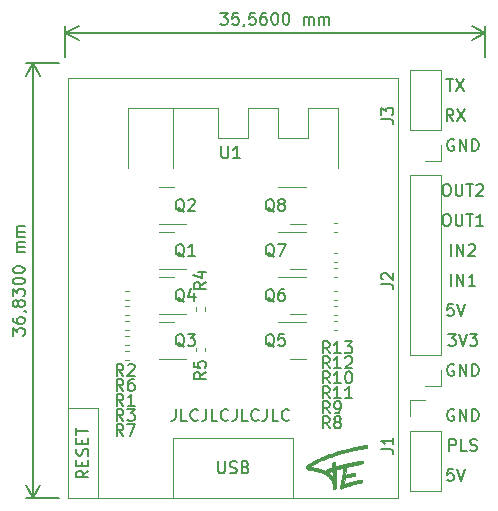
<source format=gbr>
%TF.GenerationSoftware,KiCad,Pcbnew,(6.0.6)*%
%TF.CreationDate,2022-12-26T19:12:46+01:00*%
%TF.ProjectId,ESPkamstrup,4553506b-616d-4737-9472-75702e6b6963,rev?*%
%TF.SameCoordinates,Original*%
%TF.FileFunction,Legend,Top*%
%TF.FilePolarity,Positive*%
%FSLAX46Y46*%
G04 Gerber Fmt 4.6, Leading zero omitted, Abs format (unit mm)*
G04 Created by KiCad (PCBNEW (6.0.6)) date 2022-12-26 19:12:46*
%MOMM*%
%LPD*%
G01*
G04 APERTURE LIST*
%ADD10C,0.001000*%
%ADD11C,0.150000*%
%ADD12C,0.120000*%
G04 APERTURE END LIST*
D10*
G36*
X146595235Y-98122751D02*
G01*
X146501701Y-98096693D01*
X146406686Y-98071840D01*
X146313732Y-98049149D01*
X146226382Y-98029577D01*
X146148178Y-98014080D01*
X146078347Y-98002218D01*
X145996127Y-97989872D01*
X145895508Y-97976186D01*
X145770480Y-97960305D01*
X145719200Y-97953811D01*
X145701462Y-97951379D01*
X145687635Y-97949270D01*
X145676703Y-97947314D01*
X145667647Y-97945346D01*
X145659452Y-97943198D01*
X145651099Y-97940704D01*
X145639831Y-97936998D01*
X145628923Y-97933000D01*
X145618459Y-97928749D01*
X145608521Y-97924284D01*
X145599194Y-97919644D01*
X145590560Y-97914870D01*
X145586528Y-97912444D01*
X145582701Y-97909999D01*
X145579089Y-97907540D01*
X145575702Y-97905072D01*
X145569802Y-97900331D01*
X145563531Y-97894766D01*
X145556957Y-97888464D01*
X145550150Y-97881512D01*
X145543180Y-97873997D01*
X145536115Y-97866006D01*
X145529026Y-97857627D01*
X145521981Y-97848947D01*
X145515050Y-97840053D01*
X145508303Y-97831032D01*
X145501808Y-97821972D01*
X145495635Y-97812960D01*
X145489853Y-97804082D01*
X145484532Y-97795427D01*
X145479741Y-97787082D01*
X145475549Y-97779132D01*
X145473185Y-97774139D01*
X145471098Y-97769128D01*
X145469287Y-97764067D01*
X145467750Y-97758924D01*
X145466484Y-97753665D01*
X145465488Y-97748257D01*
X145464760Y-97742669D01*
X145464299Y-97736866D01*
X145464102Y-97730816D01*
X145464168Y-97724486D01*
X145464495Y-97717843D01*
X145465080Y-97710855D01*
X145465923Y-97703489D01*
X145467022Y-97695711D01*
X145468373Y-97687489D01*
X145469977Y-97678790D01*
X145471297Y-97672248D01*
X145472575Y-97666669D01*
X145473229Y-97664158D01*
X145473908Y-97661789D01*
X145474626Y-97659529D01*
X145475393Y-97657345D01*
X145476223Y-97655204D01*
X145477128Y-97653073D01*
X145478120Y-97650919D01*
X145479210Y-97648709D01*
X145480412Y-97646411D01*
X145481737Y-97643991D01*
X145484805Y-97638653D01*
X145494208Y-97622951D01*
X145498473Y-97616125D01*
X145502555Y-97609858D01*
X145506535Y-97604057D01*
X145510494Y-97598629D01*
X145514512Y-97593482D01*
X145518671Y-97588521D01*
X145523051Y-97583655D01*
X145527734Y-97578789D01*
X145532800Y-97573830D01*
X145538330Y-97568687D01*
X145544405Y-97563264D01*
X145551106Y-97557471D01*
X145566709Y-97544396D01*
X145585793Y-97528681D01*
X145601522Y-97515918D01*
X145614574Y-97505612D01*
X145625629Y-97497265D01*
X145635365Y-97490380D01*
X145644461Y-97484458D01*
X145653596Y-97479004D01*
X145663449Y-97473519D01*
X145696133Y-97455548D01*
X145738705Y-97431688D01*
X145795621Y-97399423D01*
X145871337Y-97356240D01*
X146103673Y-97224951D01*
X146296096Y-97119730D01*
X146381815Y-97074501D01*
X146462929Y-97032918D01*
X146541226Y-96994022D01*
X146618499Y-96956858D01*
X146748837Y-96897639D01*
X146894426Y-96836086D01*
X147054253Y-96772571D01*
X147227305Y-96707465D01*
X147412570Y-96641140D01*
X147609036Y-96573966D01*
X147815690Y-96506315D01*
X148031519Y-96438559D01*
X148197385Y-96388883D01*
X148344381Y-96345795D01*
X148473024Y-96309717D01*
X148615684Y-96270547D01*
X148764343Y-96231744D01*
X148925025Y-96191917D01*
X149103756Y-96149669D01*
X149539462Y-96052335D01*
X150119662Y-95928585D01*
X150404736Y-95868079D01*
X150434015Y-95861831D01*
X150458723Y-95856794D01*
X150479628Y-95852850D01*
X150497500Y-95849884D01*
X150513109Y-95847779D01*
X150527223Y-95846418D01*
X150540612Y-95845684D01*
X150554045Y-95845462D01*
X150560063Y-95845550D01*
X150565745Y-95845835D01*
X150571132Y-95846335D01*
X150576267Y-95847068D01*
X150581190Y-95848054D01*
X150585945Y-95849312D01*
X150590573Y-95850859D01*
X150595115Y-95852714D01*
X150599614Y-95854897D01*
X150604111Y-95857426D01*
X150608649Y-95860319D01*
X150613270Y-95863596D01*
X150618014Y-95867274D01*
X150622925Y-95871373D01*
X150628043Y-95875911D01*
X150633411Y-95880907D01*
X150635724Y-95883126D01*
X150637853Y-95885219D01*
X150639816Y-95887209D01*
X150641630Y-95889122D01*
X150643313Y-95890980D01*
X150644883Y-95892808D01*
X150646357Y-95894630D01*
X150647752Y-95896468D01*
X150649087Y-95898348D01*
X150650377Y-95900293D01*
X150651642Y-95902326D01*
X150652898Y-95904472D01*
X150654163Y-95906754D01*
X150655454Y-95909196D01*
X150656789Y-95911823D01*
X150658186Y-95914657D01*
X150667425Y-95933649D01*
X150668575Y-95963136D01*
X150668899Y-95974905D01*
X150668903Y-95980030D01*
X150668783Y-95984730D01*
X150668523Y-95989067D01*
X150668108Y-95993100D01*
X150667524Y-95996893D01*
X150666755Y-96000505D01*
X150665787Y-96003998D01*
X150664604Y-96007433D01*
X150663192Y-96010871D01*
X150661535Y-96014373D01*
X150659619Y-96018001D01*
X150657429Y-96021816D01*
X150654949Y-96025878D01*
X150652165Y-96030249D01*
X150649266Y-96034602D01*
X150646274Y-96038846D01*
X150643201Y-96042969D01*
X150640055Y-96046963D01*
X150636848Y-96050815D01*
X150633589Y-96054518D01*
X150630290Y-96058059D01*
X150626961Y-96061430D01*
X150623611Y-96064620D01*
X150620251Y-96067619D01*
X150616892Y-96070416D01*
X150613544Y-96073002D01*
X150610217Y-96075367D01*
X150606921Y-96077500D01*
X150603668Y-96079390D01*
X150600466Y-96081029D01*
X150594197Y-96083949D01*
X150587745Y-96086709D01*
X150580399Y-96089470D01*
X150576169Y-96090900D01*
X150571447Y-96092392D01*
X150560177Y-96095635D01*
X150545876Y-96099361D01*
X150527832Y-96103730D01*
X150505334Y-96108902D01*
X150477669Y-96115038D01*
X150444125Y-96122299D01*
X150403990Y-96130844D01*
X150356552Y-96140835D01*
X150236917Y-96165795D01*
X150079525Y-96198463D01*
X149564460Y-96306648D01*
X149162430Y-96394540D01*
X148837905Y-96470133D01*
X148555356Y-96541423D01*
X148267661Y-96618755D01*
X148010421Y-96691800D01*
X147775823Y-96762847D01*
X147556053Y-96834185D01*
X147384594Y-96893388D01*
X147225915Y-96951987D01*
X147072978Y-97013151D01*
X146918748Y-97080051D01*
X146756189Y-97155854D01*
X146578265Y-97243732D01*
X146377940Y-97346852D01*
X146148178Y-97468386D01*
X145989036Y-97553056D01*
X145907357Y-97595680D01*
X145899376Y-97599788D01*
X145892628Y-97603449D01*
X145889608Y-97605186D01*
X145886767Y-97606901D01*
X145884062Y-97608624D01*
X145881450Y-97610384D01*
X145878887Y-97612211D01*
X145876331Y-97614135D01*
X145873738Y-97616186D01*
X145871066Y-97618394D01*
X145865310Y-97623400D01*
X145858719Y-97629391D01*
X145849757Y-97637762D01*
X145842133Y-97645147D01*
X145835719Y-97651692D01*
X145832927Y-97654695D01*
X145830390Y-97657543D01*
X145828091Y-97660254D01*
X145826016Y-97662846D01*
X145824149Y-97665338D01*
X145822473Y-97667747D01*
X145820973Y-97670092D01*
X145819633Y-97672392D01*
X145818436Y-97674664D01*
X145817368Y-97676926D01*
X145816773Y-97678327D01*
X145816251Y-97679704D01*
X145815800Y-97681055D01*
X145815420Y-97682381D01*
X145815113Y-97683683D01*
X145814877Y-97684959D01*
X145814712Y-97686210D01*
X145814619Y-97687435D01*
X145814598Y-97688635D01*
X145814647Y-97689810D01*
X145814769Y-97690959D01*
X145814961Y-97692082D01*
X145815225Y-97693180D01*
X145815560Y-97694252D01*
X145815967Y-97695298D01*
X145816445Y-97696318D01*
X145816993Y-97697312D01*
X145817613Y-97698280D01*
X145818305Y-97699222D01*
X145819067Y-97700138D01*
X145819900Y-97701027D01*
X145820804Y-97701890D01*
X145821779Y-97702726D01*
X145822825Y-97703536D01*
X145823942Y-97704319D01*
X145825129Y-97705076D01*
X145826388Y-97705805D01*
X145827717Y-97706508D01*
X145829116Y-97707184D01*
X145830587Y-97707833D01*
X145833740Y-97709050D01*
X145835673Y-97709716D01*
X145837682Y-97710358D01*
X145839959Y-97711010D01*
X145842696Y-97711710D01*
X145846085Y-97712495D01*
X145850319Y-97713400D01*
X145855590Y-97714464D01*
X145862091Y-97715721D01*
X145870014Y-97717210D01*
X145879552Y-97718966D01*
X145904240Y-97723428D01*
X145981456Y-97737175D01*
X146126223Y-97763419D01*
X146241022Y-97785841D01*
X146347735Y-97808938D01*
X146468243Y-97837206D01*
X146552710Y-97857977D01*
X146626505Y-97877420D01*
X146693593Y-97896894D01*
X146757940Y-97917754D01*
X146823509Y-97941357D01*
X146894267Y-97969062D01*
X146974178Y-98002225D01*
X147067207Y-98042202D01*
X147097946Y-98055498D01*
X147121622Y-98065518D01*
X147139299Y-98072587D01*
X147146220Y-98075115D01*
X147152039Y-98077027D01*
X147156889Y-98078362D01*
X147160904Y-98079161D01*
X147164215Y-98079465D01*
X147166956Y-98079313D01*
X147169259Y-98078747D01*
X147171257Y-98077807D01*
X147173083Y-98076532D01*
X147174870Y-98074964D01*
X147175610Y-98074225D01*
X147176330Y-98073420D01*
X147177029Y-98072548D01*
X147177709Y-98071611D01*
X147179004Y-98069547D01*
X147180213Y-98067240D01*
X147181333Y-98064698D01*
X147182363Y-98061932D01*
X147183299Y-98058952D01*
X147184140Y-98055768D01*
X147184882Y-98052390D01*
X147185524Y-98048828D01*
X147186062Y-98045093D01*
X147186495Y-98041194D01*
X147186821Y-98037141D01*
X147187035Y-98032945D01*
X147187137Y-98028615D01*
X147187124Y-98024162D01*
X147187090Y-98018355D01*
X147187175Y-98012703D01*
X147187381Y-98007205D01*
X147187706Y-98001860D01*
X147188153Y-97996666D01*
X147188719Y-97991621D01*
X147189407Y-97986726D01*
X147190216Y-97981977D01*
X147191146Y-97977374D01*
X147192198Y-97972916D01*
X147193371Y-97968600D01*
X147194667Y-97964426D01*
X147196086Y-97960393D01*
X147197627Y-97956498D01*
X147199291Y-97952740D01*
X147201078Y-97949118D01*
X147202920Y-97945672D01*
X147204766Y-97942414D01*
X147206632Y-97939327D01*
X147208532Y-97936397D01*
X147210482Y-97933605D01*
X147212497Y-97930935D01*
X147214593Y-97928371D01*
X147216784Y-97925896D01*
X147219087Y-97923494D01*
X147221515Y-97921148D01*
X147224085Y-97918841D01*
X147226811Y-97916558D01*
X147229710Y-97914280D01*
X147232795Y-97911993D01*
X147236083Y-97909679D01*
X147239589Y-97907321D01*
X147242026Y-97905769D01*
X147244614Y-97904250D01*
X147247471Y-97902718D01*
X147250719Y-97901130D01*
X147254477Y-97899441D01*
X147258866Y-97897608D01*
X147264006Y-97895586D01*
X147270016Y-97893330D01*
X147277018Y-97890797D01*
X147285132Y-97887943D01*
X147305173Y-97881092D01*
X147331102Y-97872425D01*
X147363880Y-97861586D01*
X147454455Y-97832152D01*
X147492125Y-97820195D01*
X147517975Y-97812239D01*
X147558294Y-97800599D01*
X147600059Y-97789042D01*
X147635001Y-97779808D01*
X147647330Y-97776763D01*
X147654851Y-97775138D01*
X147656707Y-97774768D01*
X147658828Y-97774255D01*
X147661139Y-97773623D01*
X147663568Y-97772895D01*
X147666038Y-97772094D01*
X147668477Y-97771244D01*
X147670810Y-97770368D01*
X147672962Y-97769488D01*
X147678891Y-97767194D01*
X147680117Y-97766619D01*
X147680695Y-97766299D01*
X147681250Y-97765949D01*
X147681782Y-97765564D01*
X147682292Y-97765137D01*
X147682780Y-97764663D01*
X147683248Y-97764136D01*
X147683695Y-97763550D01*
X147684122Y-97762899D01*
X147684529Y-97762177D01*
X147684918Y-97761379D01*
X147685287Y-97760497D01*
X147685639Y-97759528D01*
X147685974Y-97758464D01*
X147686291Y-97757300D01*
X147686592Y-97756030D01*
X147686877Y-97754647D01*
X147687402Y-97751523D01*
X147687868Y-97747880D01*
X147688281Y-97743672D01*
X147688644Y-97738850D01*
X147688961Y-97733369D01*
X147689236Y-97727180D01*
X147689474Y-97720238D01*
X147689679Y-97712494D01*
X147689854Y-97703902D01*
X147690132Y-97683984D01*
X147690340Y-97660109D01*
X147690511Y-97631898D01*
X147690872Y-97560964D01*
X147691901Y-97369461D01*
X147699105Y-97357300D01*
X147699935Y-97355964D01*
X147700930Y-97354473D01*
X147703364Y-97351091D01*
X147706300Y-97347283D01*
X147709634Y-97343176D01*
X147713260Y-97338896D01*
X147717072Y-97334571D01*
X147720965Y-97330328D01*
X147724833Y-97326294D01*
X147728574Y-97322565D01*
X147732220Y-97319095D01*
X147735813Y-97315862D01*
X147739394Y-97312839D01*
X147743005Y-97310004D01*
X147746688Y-97307331D01*
X147750485Y-97304796D01*
X147754437Y-97302374D01*
X147758586Y-97300041D01*
X147762974Y-97297772D01*
X147767642Y-97295544D01*
X147772633Y-97293331D01*
X147777987Y-97291108D01*
X147783747Y-97288853D01*
X147789954Y-97286539D01*
X147796650Y-97284143D01*
X147814951Y-97277708D01*
X147841477Y-97281084D01*
X147857624Y-97283338D01*
X147864695Y-97284512D01*
X147871179Y-97285748D01*
X147877137Y-97287071D01*
X147882631Y-97288506D01*
X147887721Y-97290076D01*
X147892469Y-97291806D01*
X147896937Y-97293720D01*
X147901184Y-97295842D01*
X147905273Y-97298196D01*
X147909264Y-97300807D01*
X147913220Y-97303699D01*
X147917200Y-97306896D01*
X147921267Y-97310421D01*
X147925480Y-97314301D01*
X147928848Y-97317511D01*
X147931870Y-97320474D01*
X147934572Y-97323241D01*
X147936983Y-97325860D01*
X147939131Y-97328382D01*
X147941044Y-97330855D01*
X147942750Y-97333329D01*
X147944275Y-97335854D01*
X147945649Y-97338479D01*
X147946899Y-97341253D01*
X147948053Y-97344226D01*
X147949139Y-97347448D01*
X147950185Y-97350968D01*
X147951218Y-97354835D01*
X147952267Y-97359100D01*
X147953359Y-97363810D01*
X147958413Y-97386090D01*
X147958434Y-97508576D01*
X147958454Y-97631062D01*
X147966888Y-97643970D01*
X147968070Y-97645720D01*
X147969281Y-97647397D01*
X147970521Y-97649003D01*
X147971792Y-97650537D01*
X147973092Y-97651999D01*
X147974423Y-97653389D01*
X147975785Y-97654708D01*
X147977179Y-97655955D01*
X147978603Y-97657131D01*
X147980060Y-97658236D01*
X147981548Y-97659269D01*
X147983069Y-97660232D01*
X147984623Y-97661123D01*
X147986209Y-97661944D01*
X147987829Y-97662694D01*
X147989483Y-97663374D01*
X147991170Y-97663983D01*
X147992892Y-97664522D01*
X147994648Y-97664991D01*
X147996440Y-97665390D01*
X147998266Y-97665719D01*
X148000128Y-97665978D01*
X148002026Y-97666167D01*
X148003959Y-97666287D01*
X148005930Y-97666337D01*
X148007937Y-97666318D01*
X148009981Y-97666230D01*
X148012062Y-97666073D01*
X148014181Y-97665847D01*
X148016338Y-97665552D01*
X148018534Y-97665188D01*
X148020768Y-97664755D01*
X148403046Y-97575372D01*
X149140946Y-97402565D01*
X149620529Y-97290401D01*
X149906627Y-97223512D01*
X150056376Y-97189313D01*
X150095779Y-97181045D01*
X150119886Y-97176836D01*
X150134960Y-97175317D01*
X150147265Y-97175115D01*
X150150617Y-97175161D01*
X150153888Y-97175304D01*
X150157096Y-97175549D01*
X150160258Y-97175900D01*
X150163391Y-97176362D01*
X150166514Y-97176940D01*
X150169643Y-97177639D01*
X150172796Y-97178463D01*
X150175991Y-97179419D01*
X150179244Y-97180509D01*
X150182573Y-97181741D01*
X150185995Y-97183118D01*
X150189529Y-97184644D01*
X150193191Y-97186326D01*
X150196998Y-97188168D01*
X150200969Y-97190175D01*
X150204522Y-97192080D01*
X150207976Y-97194080D01*
X150211329Y-97196177D01*
X150214583Y-97198368D01*
X150217735Y-97200654D01*
X150220787Y-97203035D01*
X150223736Y-97205509D01*
X150226583Y-97208077D01*
X150229327Y-97210738D01*
X150231968Y-97213491D01*
X150234505Y-97216337D01*
X150236938Y-97219273D01*
X150239265Y-97222301D01*
X150241488Y-97225420D01*
X150243605Y-97228628D01*
X150245615Y-97231927D01*
X150246869Y-97234086D01*
X150247978Y-97236055D01*
X150248954Y-97237891D01*
X150249810Y-97239654D01*
X150250560Y-97241400D01*
X150251215Y-97243189D01*
X150251790Y-97245078D01*
X150252296Y-97247125D01*
X150252748Y-97249390D01*
X150253157Y-97251929D01*
X150253537Y-97254801D01*
X150253901Y-97258065D01*
X150254261Y-97261778D01*
X150254631Y-97265999D01*
X150255451Y-97276197D01*
X150256060Y-97285186D01*
X150256420Y-97293568D01*
X150256518Y-97301391D01*
X150256338Y-97308705D01*
X150255868Y-97315559D01*
X150255093Y-97322002D01*
X150253998Y-97328084D01*
X150252571Y-97333855D01*
X150250797Y-97339363D01*
X150248662Y-97344658D01*
X150246152Y-97349790D01*
X150243253Y-97354807D01*
X150239951Y-97359760D01*
X150236232Y-97364697D01*
X150232082Y-97369667D01*
X150227487Y-97374721D01*
X150224743Y-97377549D01*
X150221978Y-97380228D01*
X150219153Y-97382781D01*
X150216230Y-97385229D01*
X150213171Y-97387595D01*
X150209940Y-97389902D01*
X150206497Y-97392171D01*
X150202806Y-97394425D01*
X150198829Y-97396685D01*
X150194528Y-97398974D01*
X150189865Y-97401315D01*
X150184802Y-97403729D01*
X150179302Y-97406239D01*
X150173328Y-97408867D01*
X150166841Y-97411634D01*
X150159803Y-97414564D01*
X150152230Y-97417742D01*
X150147103Y-97419480D01*
X150138934Y-97421806D01*
X150126111Y-97425087D01*
X150107025Y-97429690D01*
X150080062Y-97435981D01*
X150043611Y-97444327D01*
X149935803Y-97468651D01*
X149770710Y-97505594D01*
X149217103Y-97629071D01*
X148965418Y-97685198D01*
X148921004Y-97695255D01*
X148892517Y-97702127D01*
X148883300Y-97704614D01*
X148876927Y-97706597D01*
X148873021Y-97708174D01*
X148871874Y-97708841D01*
X148871201Y-97709443D01*
X148870028Y-97711009D01*
X148868853Y-97712720D01*
X148867684Y-97714561D01*
X148866526Y-97716517D01*
X148865388Y-97718571D01*
X148864276Y-97720708D01*
X148863197Y-97722913D01*
X148862158Y-97725169D01*
X148861166Y-97727462D01*
X148860228Y-97729774D01*
X148859352Y-97732092D01*
X148858543Y-97734399D01*
X148857810Y-97736679D01*
X148857158Y-97738917D01*
X148856596Y-97741097D01*
X148856129Y-97743204D01*
X148853046Y-97770167D01*
X148846338Y-97835211D01*
X148826001Y-98040522D01*
X148798155Y-98326519D01*
X148803317Y-98337067D01*
X148804098Y-98338628D01*
X148804853Y-98340060D01*
X148805592Y-98341372D01*
X148806327Y-98342575D01*
X148807067Y-98343679D01*
X148807824Y-98344696D01*
X148808608Y-98345636D01*
X148809429Y-98346509D01*
X148810299Y-98347326D01*
X148811227Y-98348097D01*
X148812225Y-98348834D01*
X148813303Y-98349547D01*
X148814471Y-98350246D01*
X148815741Y-98350942D01*
X148817122Y-98351646D01*
X148818626Y-98352368D01*
X148819901Y-98352945D01*
X148821182Y-98353484D01*
X148822467Y-98353984D01*
X148823758Y-98354446D01*
X148825055Y-98354870D01*
X148826357Y-98355255D01*
X148827665Y-98355602D01*
X148828980Y-98355911D01*
X148830301Y-98356182D01*
X148831629Y-98356415D01*
X148832964Y-98356610D01*
X148834306Y-98356767D01*
X148835656Y-98356886D01*
X148837013Y-98356968D01*
X148838377Y-98357011D01*
X148839750Y-98357017D01*
X148841395Y-98356896D01*
X148843902Y-98356563D01*
X148851345Y-98355291D01*
X148861764Y-98353269D01*
X148874844Y-98350563D01*
X148890269Y-98347239D01*
X148907725Y-98343365D01*
X148947466Y-98334231D01*
X149051306Y-98310306D01*
X149165115Y-98284633D01*
X149275453Y-98259851D01*
X149370945Y-98238066D01*
X149418568Y-98227424D01*
X149438995Y-98223235D01*
X149457419Y-98219799D01*
X149474028Y-98217115D01*
X149489012Y-98215182D01*
X149502560Y-98214000D01*
X149514861Y-98213567D01*
X149526105Y-98213882D01*
X149536481Y-98214945D01*
X149546178Y-98216754D01*
X149555385Y-98219309D01*
X149564293Y-98222608D01*
X149573089Y-98226651D01*
X149581963Y-98231437D01*
X149591105Y-98236965D01*
X149594322Y-98239061D01*
X149597407Y-98241203D01*
X149600361Y-98243394D01*
X149603188Y-98245638D01*
X149605892Y-98247936D01*
X149608473Y-98250293D01*
X149610936Y-98252712D01*
X149613284Y-98255195D01*
X149615518Y-98257746D01*
X149617642Y-98260368D01*
X149619659Y-98263064D01*
X149621572Y-98265837D01*
X149623383Y-98268690D01*
X149625096Y-98271626D01*
X149626712Y-98274649D01*
X149628236Y-98277762D01*
X149629288Y-98280035D01*
X149630220Y-98282125D01*
X149631040Y-98284084D01*
X149631757Y-98285964D01*
X149632380Y-98287817D01*
X149632918Y-98289698D01*
X149633379Y-98291658D01*
X149633773Y-98293749D01*
X149634107Y-98296026D01*
X149634391Y-98298540D01*
X149634634Y-98301344D01*
X149634844Y-98304490D01*
X149635031Y-98308032D01*
X149635202Y-98312022D01*
X149635534Y-98321557D01*
X149635802Y-98332886D01*
X149635820Y-98337796D01*
X149635745Y-98342286D01*
X149635564Y-98346418D01*
X149635266Y-98350254D01*
X149634838Y-98353857D01*
X149634270Y-98357290D01*
X149633548Y-98360614D01*
X149632662Y-98363891D01*
X149631598Y-98367185D01*
X149630346Y-98370558D01*
X149628894Y-98374071D01*
X149627229Y-98377788D01*
X149623213Y-98386080D01*
X149620843Y-98390568D01*
X149618331Y-98394826D01*
X149615668Y-98398861D01*
X149612845Y-98402682D01*
X149609851Y-98406297D01*
X149606677Y-98409712D01*
X149603314Y-98412937D01*
X149599751Y-98415978D01*
X149595979Y-98418844D01*
X149591988Y-98421543D01*
X149587769Y-98424081D01*
X149583312Y-98426468D01*
X149578606Y-98428710D01*
X149573643Y-98430817D01*
X149568413Y-98432794D01*
X149562905Y-98434651D01*
X149556027Y-98436773D01*
X149548420Y-98438935D01*
X149539059Y-98441382D01*
X149526923Y-98444361D01*
X149510986Y-98448117D01*
X149490225Y-98452895D01*
X149430137Y-98466502D01*
X149170791Y-98525380D01*
X148856085Y-98596757D01*
X148803200Y-98608422D01*
X148784969Y-98611920D01*
X148780375Y-98612667D01*
X148778259Y-98613103D01*
X148776253Y-98613602D01*
X148774350Y-98614177D01*
X148772544Y-98614844D01*
X148770826Y-98615616D01*
X148769190Y-98616510D01*
X148767629Y-98617540D01*
X148766135Y-98618720D01*
X148764700Y-98620065D01*
X148763319Y-98621590D01*
X148761983Y-98623311D01*
X148760685Y-98625241D01*
X148759419Y-98627395D01*
X148758176Y-98629788D01*
X148756950Y-98632436D01*
X148755733Y-98635352D01*
X148754518Y-98638551D01*
X148753298Y-98642049D01*
X148752066Y-98645860D01*
X148750814Y-98649998D01*
X148749535Y-98654480D01*
X148748222Y-98659318D01*
X148745465Y-98670126D01*
X148742485Y-98682541D01*
X148739224Y-98696680D01*
X148735624Y-98712662D01*
X148669293Y-99007270D01*
X148639881Y-99133965D01*
X148639689Y-99134435D01*
X148639518Y-99134921D01*
X148639370Y-99135423D01*
X148639244Y-99135940D01*
X148639059Y-99137021D01*
X148638962Y-99138166D01*
X148638955Y-99139374D01*
X148639036Y-99140647D01*
X148639207Y-99141985D01*
X148639468Y-99143388D01*
X148639818Y-99144857D01*
X148640258Y-99146393D01*
X148640787Y-99147996D01*
X148641407Y-99149667D01*
X148642116Y-99151406D01*
X148642916Y-99153215D01*
X148643805Y-99155093D01*
X148644786Y-99157041D01*
X148645234Y-99157846D01*
X148645739Y-99158640D01*
X148646297Y-99159420D01*
X148646906Y-99160186D01*
X148647564Y-99160937D01*
X148648268Y-99161671D01*
X148649015Y-99162387D01*
X148649803Y-99163084D01*
X148650630Y-99163760D01*
X148651493Y-99164415D01*
X148653316Y-99165656D01*
X148655252Y-99166797D01*
X148657282Y-99167829D01*
X148659385Y-99168741D01*
X148661540Y-99169525D01*
X148663728Y-99170170D01*
X148665929Y-99170668D01*
X148667027Y-99170858D01*
X148668121Y-99171008D01*
X148669209Y-99171117D01*
X148670286Y-99171182D01*
X148671352Y-99171204D01*
X148672402Y-99171180D01*
X148673436Y-99171110D01*
X148674450Y-99170992D01*
X148753778Y-99147906D01*
X148928383Y-99095472D01*
X149269590Y-98991286D01*
X149438669Y-98938485D01*
X149486611Y-98923983D01*
X149529964Y-98911331D01*
X149567626Y-98900713D01*
X149606530Y-98890217D01*
X149647641Y-98879610D01*
X149691921Y-98868656D01*
X149793845Y-98844779D01*
X149920012Y-98816715D01*
X149998375Y-98799377D01*
X150046597Y-98788326D01*
X150055136Y-98786269D01*
X150062305Y-98784691D01*
X150065571Y-98784061D01*
X150068727Y-98783527D01*
X150071853Y-98783081D01*
X150075025Y-98782715D01*
X150078322Y-98782421D01*
X150081822Y-98782191D01*
X150085602Y-98782017D01*
X150089740Y-98781891D01*
X150099403Y-98781752D01*
X150111433Y-98781710D01*
X150126561Y-98781848D01*
X150133202Y-98782052D01*
X150139303Y-98782361D01*
X150144920Y-98782789D01*
X150150108Y-98783346D01*
X150154925Y-98784046D01*
X150159425Y-98784899D01*
X150163665Y-98785918D01*
X150167700Y-98787115D01*
X150171588Y-98788501D01*
X150175383Y-98790090D01*
X150179143Y-98791893D01*
X150182922Y-98793921D01*
X150186776Y-98796187D01*
X150190763Y-98798703D01*
X150194861Y-98801447D01*
X150198669Y-98804180D01*
X150202214Y-98806938D01*
X150205522Y-98809758D01*
X150208620Y-98812675D01*
X150211533Y-98815726D01*
X150214289Y-98818947D01*
X150216913Y-98822375D01*
X150219431Y-98826045D01*
X150221870Y-98829994D01*
X150224256Y-98834258D01*
X150226616Y-98838874D01*
X150228975Y-98843877D01*
X150231359Y-98849303D01*
X150233796Y-98855190D01*
X150236311Y-98861573D01*
X150238640Y-98867686D01*
X150239584Y-98870273D01*
X150240391Y-98872615D01*
X150241070Y-98874765D01*
X150241628Y-98876773D01*
X150242073Y-98878691D01*
X150242414Y-98880571D01*
X150242659Y-98882464D01*
X150242815Y-98884421D01*
X150242890Y-98886495D01*
X150242893Y-98888736D01*
X150242831Y-98891196D01*
X150242712Y-98893926D01*
X150242337Y-98900405D01*
X150241669Y-98909535D01*
X150240844Y-98917638D01*
X150240362Y-98921356D01*
X150239828Y-98924878D01*
X150239236Y-98928225D01*
X150238584Y-98931417D01*
X150237866Y-98934474D01*
X150237077Y-98937417D01*
X150236214Y-98940266D01*
X150235271Y-98943041D01*
X150234245Y-98945763D01*
X150233131Y-98948451D01*
X150231925Y-98951127D01*
X150230622Y-98953810D01*
X150229014Y-98956816D01*
X150227191Y-98959871D01*
X150225175Y-98962955D01*
X150222984Y-98966046D01*
X150220638Y-98969124D01*
X150218156Y-98972169D01*
X150215560Y-98975159D01*
X150212867Y-98978075D01*
X150210099Y-98980894D01*
X150207274Y-98983597D01*
X150204413Y-98986162D01*
X150201535Y-98988570D01*
X150198660Y-98990799D01*
X150195808Y-98992828D01*
X150192997Y-98994637D01*
X150190250Y-98996206D01*
X150185206Y-98998834D01*
X150180280Y-99001262D01*
X150175304Y-99003538D01*
X150170110Y-99005705D01*
X150164530Y-99007812D01*
X150158395Y-99009902D01*
X150151537Y-99012022D01*
X150143788Y-99014218D01*
X150134979Y-99016536D01*
X150124943Y-99019022D01*
X150113512Y-99021721D01*
X150100517Y-99024679D01*
X150069162Y-99031557D01*
X150029533Y-99040023D01*
X149809795Y-99087752D01*
X149721933Y-99108095D01*
X149642148Y-99127776D01*
X149565496Y-99148057D01*
X149487032Y-99170201D01*
X149304889Y-99225132D01*
X149106788Y-99287617D01*
X148905346Y-99353075D01*
X148742023Y-99407841D01*
X148687611Y-99426945D01*
X148658275Y-99438252D01*
X148629656Y-99451505D01*
X148616521Y-99457811D01*
X148603928Y-99464025D01*
X148591696Y-99470235D01*
X148579644Y-99476533D01*
X148567593Y-99483009D01*
X148555360Y-99489754D01*
X148542332Y-99496979D01*
X148531581Y-99502802D01*
X148522472Y-99507515D01*
X148514373Y-99511408D01*
X148506648Y-99514773D01*
X148498664Y-99517899D01*
X148489787Y-99521078D01*
X148479384Y-99524601D01*
X148455893Y-99532428D01*
X148438218Y-99529833D01*
X148429348Y-99528395D01*
X148425235Y-99527617D01*
X148421316Y-99526793D01*
X148417573Y-99525915D01*
X148413991Y-99524980D01*
X148410553Y-99523982D01*
X148407244Y-99522915D01*
X148404045Y-99521773D01*
X148400942Y-99520551D01*
X148397918Y-99519243D01*
X148394957Y-99517845D01*
X148392042Y-99516349D01*
X148389157Y-99514752D01*
X148386285Y-99513047D01*
X148383411Y-99511228D01*
X148378347Y-99507778D01*
X148373578Y-99504211D01*
X148369093Y-99500509D01*
X148364878Y-99496653D01*
X148360922Y-99492623D01*
X148357211Y-99488401D01*
X148353733Y-99483966D01*
X148350476Y-99479301D01*
X148347426Y-99474386D01*
X148344571Y-99469201D01*
X148341899Y-99463728D01*
X148339396Y-99457948D01*
X148337051Y-99451841D01*
X148334851Y-99445388D01*
X148332783Y-99438571D01*
X148330834Y-99431369D01*
X148329973Y-99427927D01*
X148329247Y-99424769D01*
X148328667Y-99421801D01*
X148328243Y-99418929D01*
X148327986Y-99416061D01*
X148327924Y-99414599D01*
X148327908Y-99413103D01*
X148327938Y-99411560D01*
X148328018Y-99409960D01*
X148328327Y-99406539D01*
X148328847Y-99402747D01*
X148329588Y-99398490D01*
X148330560Y-99393674D01*
X148331775Y-99388206D01*
X148333244Y-99381992D01*
X148334976Y-99374938D01*
X148339276Y-99357938D01*
X148394017Y-99130957D01*
X148460520Y-98847282D01*
X148491760Y-98709264D01*
X148516635Y-98593957D01*
X148536182Y-98494583D01*
X148551440Y-98404364D01*
X148563445Y-98316520D01*
X148573236Y-98224275D01*
X148581851Y-98120848D01*
X148590327Y-97999462D01*
X148599655Y-97859327D01*
X148602735Y-97813873D01*
X148594929Y-97798622D01*
X148593293Y-97795545D01*
X148591635Y-97792649D01*
X148590000Y-97790000D01*
X148588436Y-97787662D01*
X148587693Y-97786630D01*
X148586986Y-97785700D01*
X148586319Y-97784881D01*
X148585697Y-97784181D01*
X148585127Y-97783607D01*
X148584615Y-97783168D01*
X148584166Y-97782872D01*
X148583785Y-97782728D01*
X148532213Y-97793520D01*
X148416271Y-97819485D01*
X148285643Y-97849369D01*
X148190013Y-97871918D01*
X148119375Y-97889785D01*
X148054018Y-97907164D01*
X148005280Y-97920956D01*
X147990687Y-97925539D01*
X147984499Y-97928065D01*
X147983396Y-97929142D01*
X147982320Y-97930354D01*
X147981273Y-97931690D01*
X147980260Y-97933144D01*
X147979284Y-97934705D01*
X147978348Y-97936366D01*
X147977458Y-97938118D01*
X147976616Y-97939953D01*
X147975826Y-97941862D01*
X147975092Y-97943836D01*
X147974417Y-97945867D01*
X147973806Y-97947946D01*
X147973262Y-97950066D01*
X147972789Y-97952216D01*
X147972390Y-97954389D01*
X147972069Y-97956576D01*
X147971838Y-97962738D01*
X147971705Y-97976268D01*
X147971719Y-98022028D01*
X147972087Y-98087034D01*
X147972786Y-98164464D01*
X147982575Y-99162915D01*
X147983112Y-99462782D01*
X147982071Y-99473211D01*
X147980936Y-99482293D01*
X147979662Y-99490215D01*
X147978959Y-99493801D01*
X147978204Y-99497166D01*
X147977392Y-99500336D01*
X147976517Y-99503332D01*
X147975573Y-99506180D01*
X147974556Y-99508902D01*
X147973458Y-99511522D01*
X147972276Y-99514062D01*
X147971002Y-99516547D01*
X147969632Y-99519001D01*
X147968044Y-99521513D01*
X147966049Y-99524310D01*
X147963696Y-99527342D01*
X147961035Y-99530560D01*
X147958114Y-99533914D01*
X147954984Y-99537354D01*
X147951694Y-99540831D01*
X147948294Y-99544296D01*
X147944832Y-99547699D01*
X147941358Y-99550991D01*
X147937923Y-99554122D01*
X147934574Y-99557042D01*
X147931362Y-99559702D01*
X147928336Y-99562054D01*
X147925546Y-99564046D01*
X147923040Y-99565629D01*
X147919034Y-99567687D01*
X147914346Y-99569630D01*
X147909064Y-99571447D01*
X147903277Y-99573124D01*
X147897075Y-99574652D01*
X147890547Y-99576018D01*
X147883783Y-99577211D01*
X147876870Y-99578219D01*
X147869899Y-99579029D01*
X147862959Y-99579632D01*
X147856139Y-99580014D01*
X147849527Y-99580164D01*
X147843214Y-99580071D01*
X147837289Y-99579723D01*
X147831839Y-99579108D01*
X147826956Y-99578214D01*
X147826952Y-99578215D01*
X147821313Y-99576853D01*
X147815813Y-99575356D01*
X147810447Y-99573722D01*
X147805210Y-99571947D01*
X147800096Y-99570030D01*
X147795102Y-99567967D01*
X147790222Y-99565757D01*
X147785451Y-99563397D01*
X147780784Y-99560884D01*
X147776218Y-99558216D01*
X147771746Y-99555391D01*
X147767364Y-99552405D01*
X147763067Y-99549256D01*
X147758851Y-99545943D01*
X147754710Y-99542461D01*
X147750639Y-99538810D01*
X147747136Y-99535514D01*
X147743987Y-99532415D01*
X147741159Y-99529441D01*
X147738621Y-99526523D01*
X147737450Y-99525063D01*
X147736339Y-99523590D01*
X147735284Y-99522095D01*
X147734280Y-99520571D01*
X147733324Y-99519007D01*
X147732412Y-99517395D01*
X147731539Y-99515726D01*
X147730702Y-99513992D01*
X147729896Y-99512183D01*
X147729117Y-99510291D01*
X147728362Y-99508307D01*
X147727625Y-99506222D01*
X147726192Y-99501714D01*
X147724787Y-99496697D01*
X147723375Y-99491098D01*
X147721925Y-99484849D01*
X147720403Y-99477879D01*
X147718777Y-99470116D01*
X147717192Y-99462254D01*
X147716556Y-99458805D01*
X147716021Y-99455523D01*
X147715581Y-99452292D01*
X147715232Y-99448994D01*
X147714971Y-99445514D01*
X147714794Y-99441734D01*
X147714697Y-99437539D01*
X147714674Y-99432812D01*
X147714724Y-99427436D01*
X147714841Y-99421296D01*
X147715262Y-99406254D01*
X147715905Y-99386755D01*
X147716775Y-99352444D01*
X147717238Y-99314925D01*
X147717031Y-99237761D01*
X147715468Y-99170258D01*
X147714235Y-99144815D01*
X147712732Y-99127410D01*
X147707570Y-99091868D01*
X147704608Y-99074876D01*
X147701370Y-99058333D01*
X147697840Y-99042184D01*
X147694000Y-99026377D01*
X147689836Y-99010857D01*
X147685329Y-98995571D01*
X147680464Y-98980465D01*
X147675223Y-98965485D01*
X147669592Y-98950579D01*
X147663552Y-98935692D01*
X147657087Y-98920772D01*
X147650181Y-98905763D01*
X147634980Y-98875268D01*
X147618495Y-98844234D01*
X147602328Y-98814797D01*
X147586622Y-98787192D01*
X147571517Y-98761655D01*
X147557157Y-98738419D01*
X147543683Y-98717721D01*
X147531237Y-98699795D01*
X147519961Y-98684876D01*
X147500193Y-98661407D01*
X147474744Y-98633144D01*
X147445364Y-98601865D01*
X147413806Y-98569347D01*
X147381822Y-98537368D01*
X147351162Y-98507707D01*
X147323579Y-98482141D01*
X147300824Y-98462449D01*
X147283327Y-98448718D01*
X147261198Y-98432224D01*
X147236188Y-98414180D01*
X147210047Y-98395803D01*
X147184524Y-98378307D01*
X147161371Y-98362907D01*
X147142336Y-98350819D01*
X147129171Y-98343258D01*
X147119995Y-98338444D01*
X147105059Y-98330431D01*
X147086432Y-98320336D01*
X147066178Y-98309272D01*
X147033716Y-98291743D01*
X147002307Y-98275344D01*
X146971873Y-98260039D01*
X146942333Y-98245789D01*
X146913608Y-98232557D01*
X146885620Y-98220306D01*
X146858287Y-98208999D01*
X146831532Y-98198598D01*
X146763693Y-98174660D01*
X146710130Y-98157508D01*
X147329720Y-98157508D01*
X147329752Y-98158194D01*
X147329837Y-98158887D01*
X147329975Y-98159588D01*
X147330167Y-98160297D01*
X147330414Y-98161017D01*
X147330716Y-98161747D01*
X147331073Y-98162489D01*
X147331486Y-98163245D01*
X147331956Y-98164014D01*
X147332483Y-98164799D01*
X147333068Y-98165600D01*
X147333711Y-98166418D01*
X147334413Y-98167254D01*
X147335174Y-98168110D01*
X147335995Y-98168986D01*
X147337819Y-98170805D01*
X147339889Y-98172717D01*
X147342210Y-98174733D01*
X147344785Y-98176860D01*
X147403033Y-98223668D01*
X147445810Y-98258167D01*
X147480971Y-98287048D01*
X147510304Y-98311957D01*
X147535597Y-98334539D01*
X147558638Y-98356440D01*
X147581217Y-98379307D01*
X147605120Y-98404784D01*
X147632137Y-98434519D01*
X147637191Y-98440073D01*
X147642111Y-98445367D01*
X147646776Y-98450277D01*
X147651063Y-98454678D01*
X147654849Y-98458447D01*
X147658013Y-98461460D01*
X147660432Y-98463593D01*
X147661323Y-98464291D01*
X147661983Y-98464722D01*
X147663557Y-98465489D01*
X147665231Y-98466136D01*
X147666991Y-98466665D01*
X147668821Y-98467075D01*
X147670708Y-98467369D01*
X147672637Y-98467546D01*
X147674593Y-98467608D01*
X147676563Y-98467554D01*
X147678532Y-98467387D01*
X147680486Y-98467107D01*
X147682410Y-98466715D01*
X147684290Y-98466210D01*
X147686111Y-98465596D01*
X147687860Y-98464871D01*
X147689521Y-98464037D01*
X147691081Y-98463095D01*
X147691082Y-98463094D01*
X147691929Y-98462496D01*
X147692783Y-98461818D01*
X147693643Y-98461064D01*
X147694508Y-98460234D01*
X147695375Y-98459330D01*
X147696244Y-98458355D01*
X147697113Y-98457311D01*
X147697981Y-98456199D01*
X147698845Y-98455020D01*
X147699706Y-98453778D01*
X147700561Y-98452474D01*
X147701409Y-98451109D01*
X147702249Y-98449686D01*
X147703078Y-98448206D01*
X147703897Y-98446671D01*
X147704703Y-98445084D01*
X147711330Y-98431705D01*
X147710033Y-98236258D01*
X147708735Y-98040810D01*
X147704334Y-98036408D01*
X147703807Y-98035921D01*
X147703222Y-98035451D01*
X147702580Y-98034998D01*
X147701884Y-98034563D01*
X147700340Y-98033749D01*
X147698613Y-98033011D01*
X147696723Y-98032353D01*
X147694692Y-98031778D01*
X147692541Y-98031290D01*
X147690292Y-98030891D01*
X147687965Y-98030585D01*
X147685583Y-98030375D01*
X147683167Y-98030265D01*
X147680738Y-98030257D01*
X147678317Y-98030356D01*
X147675925Y-98030564D01*
X147673585Y-98030885D01*
X147671318Y-98031322D01*
X147663234Y-98033327D01*
X147650587Y-98036711D01*
X147615940Y-98046383D01*
X147576049Y-98057877D01*
X147539587Y-98068730D01*
X147498694Y-98081555D01*
X147479879Y-98087751D01*
X147461915Y-98093886D01*
X147444623Y-98100021D01*
X147427825Y-98106220D01*
X147411342Y-98112543D01*
X147394998Y-98119052D01*
X147380195Y-98124965D01*
X147367655Y-98129808D01*
X147358700Y-98133079D01*
X147355981Y-98133970D01*
X147354655Y-98134281D01*
X147354251Y-98134314D01*
X147353786Y-98134410D01*
X147352688Y-98134780D01*
X147351394Y-98135367D01*
X147349936Y-98136146D01*
X147348348Y-98137092D01*
X147346663Y-98138180D01*
X147344913Y-98139386D01*
X147343132Y-98140685D01*
X147341353Y-98142052D01*
X147339608Y-98143463D01*
X147337931Y-98144893D01*
X147336355Y-98146316D01*
X147334913Y-98147710D01*
X147333637Y-98149047D01*
X147332561Y-98150305D01*
X147331718Y-98151458D01*
X147331299Y-98152132D01*
X147330928Y-98152803D01*
X147330606Y-98153472D01*
X147330333Y-98154140D01*
X147330109Y-98154809D01*
X147329935Y-98155479D01*
X147329812Y-98156151D01*
X147329740Y-98156827D01*
X147329720Y-98157508D01*
X146710130Y-98157508D01*
X146683747Y-98149059D01*
X146595235Y-98122751D01*
G37*
X146595235Y-98122751D02*
X146501701Y-98096693D01*
X146406686Y-98071840D01*
X146313732Y-98049149D01*
X146226382Y-98029577D01*
X146148178Y-98014080D01*
X146078347Y-98002218D01*
X145996127Y-97989872D01*
X145895508Y-97976186D01*
X145770480Y-97960305D01*
X145719200Y-97953811D01*
X145701462Y-97951379D01*
X145687635Y-97949270D01*
X145676703Y-97947314D01*
X145667647Y-97945346D01*
X145659452Y-97943198D01*
X145651099Y-97940704D01*
X145639831Y-97936998D01*
X145628923Y-97933000D01*
X145618459Y-97928749D01*
X145608521Y-97924284D01*
X145599194Y-97919644D01*
X145590560Y-97914870D01*
X145586528Y-97912444D01*
X145582701Y-97909999D01*
X145579089Y-97907540D01*
X145575702Y-97905072D01*
X145569802Y-97900331D01*
X145563531Y-97894766D01*
X145556957Y-97888464D01*
X145550150Y-97881512D01*
X145543180Y-97873997D01*
X145536115Y-97866006D01*
X145529026Y-97857627D01*
X145521981Y-97848947D01*
X145515050Y-97840053D01*
X145508303Y-97831032D01*
X145501808Y-97821972D01*
X145495635Y-97812960D01*
X145489853Y-97804082D01*
X145484532Y-97795427D01*
X145479741Y-97787082D01*
X145475549Y-97779132D01*
X145473185Y-97774139D01*
X145471098Y-97769128D01*
X145469287Y-97764067D01*
X145467750Y-97758924D01*
X145466484Y-97753665D01*
X145465488Y-97748257D01*
X145464760Y-97742669D01*
X145464299Y-97736866D01*
X145464102Y-97730816D01*
X145464168Y-97724486D01*
X145464495Y-97717843D01*
X145465080Y-97710855D01*
X145465923Y-97703489D01*
X145467022Y-97695711D01*
X145468373Y-97687489D01*
X145469977Y-97678790D01*
X145471297Y-97672248D01*
X145472575Y-97666669D01*
X145473229Y-97664158D01*
X145473908Y-97661789D01*
X145474626Y-97659529D01*
X145475393Y-97657345D01*
X145476223Y-97655204D01*
X145477128Y-97653073D01*
X145478120Y-97650919D01*
X145479210Y-97648709D01*
X145480412Y-97646411D01*
X145481737Y-97643991D01*
X145484805Y-97638653D01*
X145494208Y-97622951D01*
X145498473Y-97616125D01*
X145502555Y-97609858D01*
X145506535Y-97604057D01*
X145510494Y-97598629D01*
X145514512Y-97593482D01*
X145518671Y-97588521D01*
X145523051Y-97583655D01*
X145527734Y-97578789D01*
X145532800Y-97573830D01*
X145538330Y-97568687D01*
X145544405Y-97563264D01*
X145551106Y-97557471D01*
X145566709Y-97544396D01*
X145585793Y-97528681D01*
X145601522Y-97515918D01*
X145614574Y-97505612D01*
X145625629Y-97497265D01*
X145635365Y-97490380D01*
X145644461Y-97484458D01*
X145653596Y-97479004D01*
X145663449Y-97473519D01*
X145696133Y-97455548D01*
X145738705Y-97431688D01*
X145795621Y-97399423D01*
X145871337Y-97356240D01*
X146103673Y-97224951D01*
X146296096Y-97119730D01*
X146381815Y-97074501D01*
X146462929Y-97032918D01*
X146541226Y-96994022D01*
X146618499Y-96956858D01*
X146748837Y-96897639D01*
X146894426Y-96836086D01*
X147054253Y-96772571D01*
X147227305Y-96707465D01*
X147412570Y-96641140D01*
X147609036Y-96573966D01*
X147815690Y-96506315D01*
X148031519Y-96438559D01*
X148197385Y-96388883D01*
X148344381Y-96345795D01*
X148473024Y-96309717D01*
X148615684Y-96270547D01*
X148764343Y-96231744D01*
X148925025Y-96191917D01*
X149103756Y-96149669D01*
X149539462Y-96052335D01*
X150119662Y-95928585D01*
X150404736Y-95868079D01*
X150434015Y-95861831D01*
X150458723Y-95856794D01*
X150479628Y-95852850D01*
X150497500Y-95849884D01*
X150513109Y-95847779D01*
X150527223Y-95846418D01*
X150540612Y-95845684D01*
X150554045Y-95845462D01*
X150560063Y-95845550D01*
X150565745Y-95845835D01*
X150571132Y-95846335D01*
X150576267Y-95847068D01*
X150581190Y-95848054D01*
X150585945Y-95849312D01*
X150590573Y-95850859D01*
X150595115Y-95852714D01*
X150599614Y-95854897D01*
X150604111Y-95857426D01*
X150608649Y-95860319D01*
X150613270Y-95863596D01*
X150618014Y-95867274D01*
X150622925Y-95871373D01*
X150628043Y-95875911D01*
X150633411Y-95880907D01*
X150635724Y-95883126D01*
X150637853Y-95885219D01*
X150639816Y-95887209D01*
X150641630Y-95889122D01*
X150643313Y-95890980D01*
X150644883Y-95892808D01*
X150646357Y-95894630D01*
X150647752Y-95896468D01*
X150649087Y-95898348D01*
X150650377Y-95900293D01*
X150651642Y-95902326D01*
X150652898Y-95904472D01*
X150654163Y-95906754D01*
X150655454Y-95909196D01*
X150656789Y-95911823D01*
X150658186Y-95914657D01*
X150667425Y-95933649D01*
X150668575Y-95963136D01*
X150668899Y-95974905D01*
X150668903Y-95980030D01*
X150668783Y-95984730D01*
X150668523Y-95989067D01*
X150668108Y-95993100D01*
X150667524Y-95996893D01*
X150666755Y-96000505D01*
X150665787Y-96003998D01*
X150664604Y-96007433D01*
X150663192Y-96010871D01*
X150661535Y-96014373D01*
X150659619Y-96018001D01*
X150657429Y-96021816D01*
X150654949Y-96025878D01*
X150652165Y-96030249D01*
X150649266Y-96034602D01*
X150646274Y-96038846D01*
X150643201Y-96042969D01*
X150640055Y-96046963D01*
X150636848Y-96050815D01*
X150633589Y-96054518D01*
X150630290Y-96058059D01*
X150626961Y-96061430D01*
X150623611Y-96064620D01*
X150620251Y-96067619D01*
X150616892Y-96070416D01*
X150613544Y-96073002D01*
X150610217Y-96075367D01*
X150606921Y-96077500D01*
X150603668Y-96079390D01*
X150600466Y-96081029D01*
X150594197Y-96083949D01*
X150587745Y-96086709D01*
X150580399Y-96089470D01*
X150576169Y-96090900D01*
X150571447Y-96092392D01*
X150560177Y-96095635D01*
X150545876Y-96099361D01*
X150527832Y-96103730D01*
X150505334Y-96108902D01*
X150477669Y-96115038D01*
X150444125Y-96122299D01*
X150403990Y-96130844D01*
X150356552Y-96140835D01*
X150236917Y-96165795D01*
X150079525Y-96198463D01*
X149564460Y-96306648D01*
X149162430Y-96394540D01*
X148837905Y-96470133D01*
X148555356Y-96541423D01*
X148267661Y-96618755D01*
X148010421Y-96691800D01*
X147775823Y-96762847D01*
X147556053Y-96834185D01*
X147384594Y-96893388D01*
X147225915Y-96951987D01*
X147072978Y-97013151D01*
X146918748Y-97080051D01*
X146756189Y-97155854D01*
X146578265Y-97243732D01*
X146377940Y-97346852D01*
X146148178Y-97468386D01*
X145989036Y-97553056D01*
X145907357Y-97595680D01*
X145899376Y-97599788D01*
X145892628Y-97603449D01*
X145889608Y-97605186D01*
X145886767Y-97606901D01*
X145884062Y-97608624D01*
X145881450Y-97610384D01*
X145878887Y-97612211D01*
X145876331Y-97614135D01*
X145873738Y-97616186D01*
X145871066Y-97618394D01*
X145865310Y-97623400D01*
X145858719Y-97629391D01*
X145849757Y-97637762D01*
X145842133Y-97645147D01*
X145835719Y-97651692D01*
X145832927Y-97654695D01*
X145830390Y-97657543D01*
X145828091Y-97660254D01*
X145826016Y-97662846D01*
X145824149Y-97665338D01*
X145822473Y-97667747D01*
X145820973Y-97670092D01*
X145819633Y-97672392D01*
X145818436Y-97674664D01*
X145817368Y-97676926D01*
X145816773Y-97678327D01*
X145816251Y-97679704D01*
X145815800Y-97681055D01*
X145815420Y-97682381D01*
X145815113Y-97683683D01*
X145814877Y-97684959D01*
X145814712Y-97686210D01*
X145814619Y-97687435D01*
X145814598Y-97688635D01*
X145814647Y-97689810D01*
X145814769Y-97690959D01*
X145814961Y-97692082D01*
X145815225Y-97693180D01*
X145815560Y-97694252D01*
X145815967Y-97695298D01*
X145816445Y-97696318D01*
X145816993Y-97697312D01*
X145817613Y-97698280D01*
X145818305Y-97699222D01*
X145819067Y-97700138D01*
X145819900Y-97701027D01*
X145820804Y-97701890D01*
X145821779Y-97702726D01*
X145822825Y-97703536D01*
X145823942Y-97704319D01*
X145825129Y-97705076D01*
X145826388Y-97705805D01*
X145827717Y-97706508D01*
X145829116Y-97707184D01*
X145830587Y-97707833D01*
X145833740Y-97709050D01*
X145835673Y-97709716D01*
X145837682Y-97710358D01*
X145839959Y-97711010D01*
X145842696Y-97711710D01*
X145846085Y-97712495D01*
X145850319Y-97713400D01*
X145855590Y-97714464D01*
X145862091Y-97715721D01*
X145870014Y-97717210D01*
X145879552Y-97718966D01*
X145904240Y-97723428D01*
X145981456Y-97737175D01*
X146126223Y-97763419D01*
X146241022Y-97785841D01*
X146347735Y-97808938D01*
X146468243Y-97837206D01*
X146552710Y-97857977D01*
X146626505Y-97877420D01*
X146693593Y-97896894D01*
X146757940Y-97917754D01*
X146823509Y-97941357D01*
X146894267Y-97969062D01*
X146974178Y-98002225D01*
X147067207Y-98042202D01*
X147097946Y-98055498D01*
X147121622Y-98065518D01*
X147139299Y-98072587D01*
X147146220Y-98075115D01*
X147152039Y-98077027D01*
X147156889Y-98078362D01*
X147160904Y-98079161D01*
X147164215Y-98079465D01*
X147166956Y-98079313D01*
X147169259Y-98078747D01*
X147171257Y-98077807D01*
X147173083Y-98076532D01*
X147174870Y-98074964D01*
X147175610Y-98074225D01*
X147176330Y-98073420D01*
X147177029Y-98072548D01*
X147177709Y-98071611D01*
X147179004Y-98069547D01*
X147180213Y-98067240D01*
X147181333Y-98064698D01*
X147182363Y-98061932D01*
X147183299Y-98058952D01*
X147184140Y-98055768D01*
X147184882Y-98052390D01*
X147185524Y-98048828D01*
X147186062Y-98045093D01*
X147186495Y-98041194D01*
X147186821Y-98037141D01*
X147187035Y-98032945D01*
X147187137Y-98028615D01*
X147187124Y-98024162D01*
X147187090Y-98018355D01*
X147187175Y-98012703D01*
X147187381Y-98007205D01*
X147187706Y-98001860D01*
X147188153Y-97996666D01*
X147188719Y-97991621D01*
X147189407Y-97986726D01*
X147190216Y-97981977D01*
X147191146Y-97977374D01*
X147192198Y-97972916D01*
X147193371Y-97968600D01*
X147194667Y-97964426D01*
X147196086Y-97960393D01*
X147197627Y-97956498D01*
X147199291Y-97952740D01*
X147201078Y-97949118D01*
X147202920Y-97945672D01*
X147204766Y-97942414D01*
X147206632Y-97939327D01*
X147208532Y-97936397D01*
X147210482Y-97933605D01*
X147212497Y-97930935D01*
X147214593Y-97928371D01*
X147216784Y-97925896D01*
X147219087Y-97923494D01*
X147221515Y-97921148D01*
X147224085Y-97918841D01*
X147226811Y-97916558D01*
X147229710Y-97914280D01*
X147232795Y-97911993D01*
X147236083Y-97909679D01*
X147239589Y-97907321D01*
X147242026Y-97905769D01*
X147244614Y-97904250D01*
X147247471Y-97902718D01*
X147250719Y-97901130D01*
X147254477Y-97899441D01*
X147258866Y-97897608D01*
X147264006Y-97895586D01*
X147270016Y-97893330D01*
X147277018Y-97890797D01*
X147285132Y-97887943D01*
X147305173Y-97881092D01*
X147331102Y-97872425D01*
X147363880Y-97861586D01*
X147454455Y-97832152D01*
X147492125Y-97820195D01*
X147517975Y-97812239D01*
X147558294Y-97800599D01*
X147600059Y-97789042D01*
X147635001Y-97779808D01*
X147647330Y-97776763D01*
X147654851Y-97775138D01*
X147656707Y-97774768D01*
X147658828Y-97774255D01*
X147661139Y-97773623D01*
X147663568Y-97772895D01*
X147666038Y-97772094D01*
X147668477Y-97771244D01*
X147670810Y-97770368D01*
X147672962Y-97769488D01*
X147678891Y-97767194D01*
X147680117Y-97766619D01*
X147680695Y-97766299D01*
X147681250Y-97765949D01*
X147681782Y-97765564D01*
X147682292Y-97765137D01*
X147682780Y-97764663D01*
X147683248Y-97764136D01*
X147683695Y-97763550D01*
X147684122Y-97762899D01*
X147684529Y-97762177D01*
X147684918Y-97761379D01*
X147685287Y-97760497D01*
X147685639Y-97759528D01*
X147685974Y-97758464D01*
X147686291Y-97757300D01*
X147686592Y-97756030D01*
X147686877Y-97754647D01*
X147687402Y-97751523D01*
X147687868Y-97747880D01*
X147688281Y-97743672D01*
X147688644Y-97738850D01*
X147688961Y-97733369D01*
X147689236Y-97727180D01*
X147689474Y-97720238D01*
X147689679Y-97712494D01*
X147689854Y-97703902D01*
X147690132Y-97683984D01*
X147690340Y-97660109D01*
X147690511Y-97631898D01*
X147690872Y-97560964D01*
X147691901Y-97369461D01*
X147699105Y-97357300D01*
X147699935Y-97355964D01*
X147700930Y-97354473D01*
X147703364Y-97351091D01*
X147706300Y-97347283D01*
X147709634Y-97343176D01*
X147713260Y-97338896D01*
X147717072Y-97334571D01*
X147720965Y-97330328D01*
X147724833Y-97326294D01*
X147728574Y-97322565D01*
X147732220Y-97319095D01*
X147735813Y-97315862D01*
X147739394Y-97312839D01*
X147743005Y-97310004D01*
X147746688Y-97307331D01*
X147750485Y-97304796D01*
X147754437Y-97302374D01*
X147758586Y-97300041D01*
X147762974Y-97297772D01*
X147767642Y-97295544D01*
X147772633Y-97293331D01*
X147777987Y-97291108D01*
X147783747Y-97288853D01*
X147789954Y-97286539D01*
X147796650Y-97284143D01*
X147814951Y-97277708D01*
X147841477Y-97281084D01*
X147857624Y-97283338D01*
X147864695Y-97284512D01*
X147871179Y-97285748D01*
X147877137Y-97287071D01*
X147882631Y-97288506D01*
X147887721Y-97290076D01*
X147892469Y-97291806D01*
X147896937Y-97293720D01*
X147901184Y-97295842D01*
X147905273Y-97298196D01*
X147909264Y-97300807D01*
X147913220Y-97303699D01*
X147917200Y-97306896D01*
X147921267Y-97310421D01*
X147925480Y-97314301D01*
X147928848Y-97317511D01*
X147931870Y-97320474D01*
X147934572Y-97323241D01*
X147936983Y-97325860D01*
X147939131Y-97328382D01*
X147941044Y-97330855D01*
X147942750Y-97333329D01*
X147944275Y-97335854D01*
X147945649Y-97338479D01*
X147946899Y-97341253D01*
X147948053Y-97344226D01*
X147949139Y-97347448D01*
X147950185Y-97350968D01*
X147951218Y-97354835D01*
X147952267Y-97359100D01*
X147953359Y-97363810D01*
X147958413Y-97386090D01*
X147958434Y-97508576D01*
X147958454Y-97631062D01*
X147966888Y-97643970D01*
X147968070Y-97645720D01*
X147969281Y-97647397D01*
X147970521Y-97649003D01*
X147971792Y-97650537D01*
X147973092Y-97651999D01*
X147974423Y-97653389D01*
X147975785Y-97654708D01*
X147977179Y-97655955D01*
X147978603Y-97657131D01*
X147980060Y-97658236D01*
X147981548Y-97659269D01*
X147983069Y-97660232D01*
X147984623Y-97661123D01*
X147986209Y-97661944D01*
X147987829Y-97662694D01*
X147989483Y-97663374D01*
X147991170Y-97663983D01*
X147992892Y-97664522D01*
X147994648Y-97664991D01*
X147996440Y-97665390D01*
X147998266Y-97665719D01*
X148000128Y-97665978D01*
X148002026Y-97666167D01*
X148003959Y-97666287D01*
X148005930Y-97666337D01*
X148007937Y-97666318D01*
X148009981Y-97666230D01*
X148012062Y-97666073D01*
X148014181Y-97665847D01*
X148016338Y-97665552D01*
X148018534Y-97665188D01*
X148020768Y-97664755D01*
X148403046Y-97575372D01*
X149140946Y-97402565D01*
X149620529Y-97290401D01*
X149906627Y-97223512D01*
X150056376Y-97189313D01*
X150095779Y-97181045D01*
X150119886Y-97176836D01*
X150134960Y-97175317D01*
X150147265Y-97175115D01*
X150150617Y-97175161D01*
X150153888Y-97175304D01*
X150157096Y-97175549D01*
X150160258Y-97175900D01*
X150163391Y-97176362D01*
X150166514Y-97176940D01*
X150169643Y-97177639D01*
X150172796Y-97178463D01*
X150175991Y-97179419D01*
X150179244Y-97180509D01*
X150182573Y-97181741D01*
X150185995Y-97183118D01*
X150189529Y-97184644D01*
X150193191Y-97186326D01*
X150196998Y-97188168D01*
X150200969Y-97190175D01*
X150204522Y-97192080D01*
X150207976Y-97194080D01*
X150211329Y-97196177D01*
X150214583Y-97198368D01*
X150217735Y-97200654D01*
X150220787Y-97203035D01*
X150223736Y-97205509D01*
X150226583Y-97208077D01*
X150229327Y-97210738D01*
X150231968Y-97213491D01*
X150234505Y-97216337D01*
X150236938Y-97219273D01*
X150239265Y-97222301D01*
X150241488Y-97225420D01*
X150243605Y-97228628D01*
X150245615Y-97231927D01*
X150246869Y-97234086D01*
X150247978Y-97236055D01*
X150248954Y-97237891D01*
X150249810Y-97239654D01*
X150250560Y-97241400D01*
X150251215Y-97243189D01*
X150251790Y-97245078D01*
X150252296Y-97247125D01*
X150252748Y-97249390D01*
X150253157Y-97251929D01*
X150253537Y-97254801D01*
X150253901Y-97258065D01*
X150254261Y-97261778D01*
X150254631Y-97265999D01*
X150255451Y-97276197D01*
X150256060Y-97285186D01*
X150256420Y-97293568D01*
X150256518Y-97301391D01*
X150256338Y-97308705D01*
X150255868Y-97315559D01*
X150255093Y-97322002D01*
X150253998Y-97328084D01*
X150252571Y-97333855D01*
X150250797Y-97339363D01*
X150248662Y-97344658D01*
X150246152Y-97349790D01*
X150243253Y-97354807D01*
X150239951Y-97359760D01*
X150236232Y-97364697D01*
X150232082Y-97369667D01*
X150227487Y-97374721D01*
X150224743Y-97377549D01*
X150221978Y-97380228D01*
X150219153Y-97382781D01*
X150216230Y-97385229D01*
X150213171Y-97387595D01*
X150209940Y-97389902D01*
X150206497Y-97392171D01*
X150202806Y-97394425D01*
X150198829Y-97396685D01*
X150194528Y-97398974D01*
X150189865Y-97401315D01*
X150184802Y-97403729D01*
X150179302Y-97406239D01*
X150173328Y-97408867D01*
X150166841Y-97411634D01*
X150159803Y-97414564D01*
X150152230Y-97417742D01*
X150147103Y-97419480D01*
X150138934Y-97421806D01*
X150126111Y-97425087D01*
X150107025Y-97429690D01*
X150080062Y-97435981D01*
X150043611Y-97444327D01*
X149935803Y-97468651D01*
X149770710Y-97505594D01*
X149217103Y-97629071D01*
X148965418Y-97685198D01*
X148921004Y-97695255D01*
X148892517Y-97702127D01*
X148883300Y-97704614D01*
X148876927Y-97706597D01*
X148873021Y-97708174D01*
X148871874Y-97708841D01*
X148871201Y-97709443D01*
X148870028Y-97711009D01*
X148868853Y-97712720D01*
X148867684Y-97714561D01*
X148866526Y-97716517D01*
X148865388Y-97718571D01*
X148864276Y-97720708D01*
X148863197Y-97722913D01*
X148862158Y-97725169D01*
X148861166Y-97727462D01*
X148860228Y-97729774D01*
X148859352Y-97732092D01*
X148858543Y-97734399D01*
X148857810Y-97736679D01*
X148857158Y-97738917D01*
X148856596Y-97741097D01*
X148856129Y-97743204D01*
X148853046Y-97770167D01*
X148846338Y-97835211D01*
X148826001Y-98040522D01*
X148798155Y-98326519D01*
X148803317Y-98337067D01*
X148804098Y-98338628D01*
X148804853Y-98340060D01*
X148805592Y-98341372D01*
X148806327Y-98342575D01*
X148807067Y-98343679D01*
X148807824Y-98344696D01*
X148808608Y-98345636D01*
X148809429Y-98346509D01*
X148810299Y-98347326D01*
X148811227Y-98348097D01*
X148812225Y-98348834D01*
X148813303Y-98349547D01*
X148814471Y-98350246D01*
X148815741Y-98350942D01*
X148817122Y-98351646D01*
X148818626Y-98352368D01*
X148819901Y-98352945D01*
X148821182Y-98353484D01*
X148822467Y-98353984D01*
X148823758Y-98354446D01*
X148825055Y-98354870D01*
X148826357Y-98355255D01*
X148827665Y-98355602D01*
X148828980Y-98355911D01*
X148830301Y-98356182D01*
X148831629Y-98356415D01*
X148832964Y-98356610D01*
X148834306Y-98356767D01*
X148835656Y-98356886D01*
X148837013Y-98356968D01*
X148838377Y-98357011D01*
X148839750Y-98357017D01*
X148841395Y-98356896D01*
X148843902Y-98356563D01*
X148851345Y-98355291D01*
X148861764Y-98353269D01*
X148874844Y-98350563D01*
X148890269Y-98347239D01*
X148907725Y-98343365D01*
X148947466Y-98334231D01*
X149051306Y-98310306D01*
X149165115Y-98284633D01*
X149275453Y-98259851D01*
X149370945Y-98238066D01*
X149418568Y-98227424D01*
X149438995Y-98223235D01*
X149457419Y-98219799D01*
X149474028Y-98217115D01*
X149489012Y-98215182D01*
X149502560Y-98214000D01*
X149514861Y-98213567D01*
X149526105Y-98213882D01*
X149536481Y-98214945D01*
X149546178Y-98216754D01*
X149555385Y-98219309D01*
X149564293Y-98222608D01*
X149573089Y-98226651D01*
X149581963Y-98231437D01*
X149591105Y-98236965D01*
X149594322Y-98239061D01*
X149597407Y-98241203D01*
X149600361Y-98243394D01*
X149603188Y-98245638D01*
X149605892Y-98247936D01*
X149608473Y-98250293D01*
X149610936Y-98252712D01*
X149613284Y-98255195D01*
X149615518Y-98257746D01*
X149617642Y-98260368D01*
X149619659Y-98263064D01*
X149621572Y-98265837D01*
X149623383Y-98268690D01*
X149625096Y-98271626D01*
X149626712Y-98274649D01*
X149628236Y-98277762D01*
X149629288Y-98280035D01*
X149630220Y-98282125D01*
X149631040Y-98284084D01*
X149631757Y-98285964D01*
X149632380Y-98287817D01*
X149632918Y-98289698D01*
X149633379Y-98291658D01*
X149633773Y-98293749D01*
X149634107Y-98296026D01*
X149634391Y-98298540D01*
X149634634Y-98301344D01*
X149634844Y-98304490D01*
X149635031Y-98308032D01*
X149635202Y-98312022D01*
X149635534Y-98321557D01*
X149635802Y-98332886D01*
X149635820Y-98337796D01*
X149635745Y-98342286D01*
X149635564Y-98346418D01*
X149635266Y-98350254D01*
X149634838Y-98353857D01*
X149634270Y-98357290D01*
X149633548Y-98360614D01*
X149632662Y-98363891D01*
X149631598Y-98367185D01*
X149630346Y-98370558D01*
X149628894Y-98374071D01*
X149627229Y-98377788D01*
X149623213Y-98386080D01*
X149620843Y-98390568D01*
X149618331Y-98394826D01*
X149615668Y-98398861D01*
X149612845Y-98402682D01*
X149609851Y-98406297D01*
X149606677Y-98409712D01*
X149603314Y-98412937D01*
X149599751Y-98415978D01*
X149595979Y-98418844D01*
X149591988Y-98421543D01*
X149587769Y-98424081D01*
X149583312Y-98426468D01*
X149578606Y-98428710D01*
X149573643Y-98430817D01*
X149568413Y-98432794D01*
X149562905Y-98434651D01*
X149556027Y-98436773D01*
X149548420Y-98438935D01*
X149539059Y-98441382D01*
X149526923Y-98444361D01*
X149510986Y-98448117D01*
X149490225Y-98452895D01*
X149430137Y-98466502D01*
X149170791Y-98525380D01*
X148856085Y-98596757D01*
X148803200Y-98608422D01*
X148784969Y-98611920D01*
X148780375Y-98612667D01*
X148778259Y-98613103D01*
X148776253Y-98613602D01*
X148774350Y-98614177D01*
X148772544Y-98614844D01*
X148770826Y-98615616D01*
X148769190Y-98616510D01*
X148767629Y-98617540D01*
X148766135Y-98618720D01*
X148764700Y-98620065D01*
X148763319Y-98621590D01*
X148761983Y-98623311D01*
X148760685Y-98625241D01*
X148759419Y-98627395D01*
X148758176Y-98629788D01*
X148756950Y-98632436D01*
X148755733Y-98635352D01*
X148754518Y-98638551D01*
X148753298Y-98642049D01*
X148752066Y-98645860D01*
X148750814Y-98649998D01*
X148749535Y-98654480D01*
X148748222Y-98659318D01*
X148745465Y-98670126D01*
X148742485Y-98682541D01*
X148739224Y-98696680D01*
X148735624Y-98712662D01*
X148669293Y-99007270D01*
X148639881Y-99133965D01*
X148639689Y-99134435D01*
X148639518Y-99134921D01*
X148639370Y-99135423D01*
X148639244Y-99135940D01*
X148639059Y-99137021D01*
X148638962Y-99138166D01*
X148638955Y-99139374D01*
X148639036Y-99140647D01*
X148639207Y-99141985D01*
X148639468Y-99143388D01*
X148639818Y-99144857D01*
X148640258Y-99146393D01*
X148640787Y-99147996D01*
X148641407Y-99149667D01*
X148642116Y-99151406D01*
X148642916Y-99153215D01*
X148643805Y-99155093D01*
X148644786Y-99157041D01*
X148645234Y-99157846D01*
X148645739Y-99158640D01*
X148646297Y-99159420D01*
X148646906Y-99160186D01*
X148647564Y-99160937D01*
X148648268Y-99161671D01*
X148649015Y-99162387D01*
X148649803Y-99163084D01*
X148650630Y-99163760D01*
X148651493Y-99164415D01*
X148653316Y-99165656D01*
X148655252Y-99166797D01*
X148657282Y-99167829D01*
X148659385Y-99168741D01*
X148661540Y-99169525D01*
X148663728Y-99170170D01*
X148665929Y-99170668D01*
X148667027Y-99170858D01*
X148668121Y-99171008D01*
X148669209Y-99171117D01*
X148670286Y-99171182D01*
X148671352Y-99171204D01*
X148672402Y-99171180D01*
X148673436Y-99171110D01*
X148674450Y-99170992D01*
X148753778Y-99147906D01*
X148928383Y-99095472D01*
X149269590Y-98991286D01*
X149438669Y-98938485D01*
X149486611Y-98923983D01*
X149529964Y-98911331D01*
X149567626Y-98900713D01*
X149606530Y-98890217D01*
X149647641Y-98879610D01*
X149691921Y-98868656D01*
X149793845Y-98844779D01*
X149920012Y-98816715D01*
X149998375Y-98799377D01*
X150046597Y-98788326D01*
X150055136Y-98786269D01*
X150062305Y-98784691D01*
X150065571Y-98784061D01*
X150068727Y-98783527D01*
X150071853Y-98783081D01*
X150075025Y-98782715D01*
X150078322Y-98782421D01*
X150081822Y-98782191D01*
X150085602Y-98782017D01*
X150089740Y-98781891D01*
X150099403Y-98781752D01*
X150111433Y-98781710D01*
X150126561Y-98781848D01*
X150133202Y-98782052D01*
X150139303Y-98782361D01*
X150144920Y-98782789D01*
X150150108Y-98783346D01*
X150154925Y-98784046D01*
X150159425Y-98784899D01*
X150163665Y-98785918D01*
X150167700Y-98787115D01*
X150171588Y-98788501D01*
X150175383Y-98790090D01*
X150179143Y-98791893D01*
X150182922Y-98793921D01*
X150186776Y-98796187D01*
X150190763Y-98798703D01*
X150194861Y-98801447D01*
X150198669Y-98804180D01*
X150202214Y-98806938D01*
X150205522Y-98809758D01*
X150208620Y-98812675D01*
X150211533Y-98815726D01*
X150214289Y-98818947D01*
X150216913Y-98822375D01*
X150219431Y-98826045D01*
X150221870Y-98829994D01*
X150224256Y-98834258D01*
X150226616Y-98838874D01*
X150228975Y-98843877D01*
X150231359Y-98849303D01*
X150233796Y-98855190D01*
X150236311Y-98861573D01*
X150238640Y-98867686D01*
X150239584Y-98870273D01*
X150240391Y-98872615D01*
X150241070Y-98874765D01*
X150241628Y-98876773D01*
X150242073Y-98878691D01*
X150242414Y-98880571D01*
X150242659Y-98882464D01*
X150242815Y-98884421D01*
X150242890Y-98886495D01*
X150242893Y-98888736D01*
X150242831Y-98891196D01*
X150242712Y-98893926D01*
X150242337Y-98900405D01*
X150241669Y-98909535D01*
X150240844Y-98917638D01*
X150240362Y-98921356D01*
X150239828Y-98924878D01*
X150239236Y-98928225D01*
X150238584Y-98931417D01*
X150237866Y-98934474D01*
X150237077Y-98937417D01*
X150236214Y-98940266D01*
X150235271Y-98943041D01*
X150234245Y-98945763D01*
X150233131Y-98948451D01*
X150231925Y-98951127D01*
X150230622Y-98953810D01*
X150229014Y-98956816D01*
X150227191Y-98959871D01*
X150225175Y-98962955D01*
X150222984Y-98966046D01*
X150220638Y-98969124D01*
X150218156Y-98972169D01*
X150215560Y-98975159D01*
X150212867Y-98978075D01*
X150210099Y-98980894D01*
X150207274Y-98983597D01*
X150204413Y-98986162D01*
X150201535Y-98988570D01*
X150198660Y-98990799D01*
X150195808Y-98992828D01*
X150192997Y-98994637D01*
X150190250Y-98996206D01*
X150185206Y-98998834D01*
X150180280Y-99001262D01*
X150175304Y-99003538D01*
X150170110Y-99005705D01*
X150164530Y-99007812D01*
X150158395Y-99009902D01*
X150151537Y-99012022D01*
X150143788Y-99014218D01*
X150134979Y-99016536D01*
X150124943Y-99019022D01*
X150113512Y-99021721D01*
X150100517Y-99024679D01*
X150069162Y-99031557D01*
X150029533Y-99040023D01*
X149809795Y-99087752D01*
X149721933Y-99108095D01*
X149642148Y-99127776D01*
X149565496Y-99148057D01*
X149487032Y-99170201D01*
X149304889Y-99225132D01*
X149106788Y-99287617D01*
X148905346Y-99353075D01*
X148742023Y-99407841D01*
X148687611Y-99426945D01*
X148658275Y-99438252D01*
X148629656Y-99451505D01*
X148616521Y-99457811D01*
X148603928Y-99464025D01*
X148591696Y-99470235D01*
X148579644Y-99476533D01*
X148567593Y-99483009D01*
X148555360Y-99489754D01*
X148542332Y-99496979D01*
X148531581Y-99502802D01*
X148522472Y-99507515D01*
X148514373Y-99511408D01*
X148506648Y-99514773D01*
X148498664Y-99517899D01*
X148489787Y-99521078D01*
X148479384Y-99524601D01*
X148455893Y-99532428D01*
X148438218Y-99529833D01*
X148429348Y-99528395D01*
X148425235Y-99527617D01*
X148421316Y-99526793D01*
X148417573Y-99525915D01*
X148413991Y-99524980D01*
X148410553Y-99523982D01*
X148407244Y-99522915D01*
X148404045Y-99521773D01*
X148400942Y-99520551D01*
X148397918Y-99519243D01*
X148394957Y-99517845D01*
X148392042Y-99516349D01*
X148389157Y-99514752D01*
X148386285Y-99513047D01*
X148383411Y-99511228D01*
X148378347Y-99507778D01*
X148373578Y-99504211D01*
X148369093Y-99500509D01*
X148364878Y-99496653D01*
X148360922Y-99492623D01*
X148357211Y-99488401D01*
X148353733Y-99483966D01*
X148350476Y-99479301D01*
X148347426Y-99474386D01*
X148344571Y-99469201D01*
X148341899Y-99463728D01*
X148339396Y-99457948D01*
X148337051Y-99451841D01*
X148334851Y-99445388D01*
X148332783Y-99438571D01*
X148330834Y-99431369D01*
X148329973Y-99427927D01*
X148329247Y-99424769D01*
X148328667Y-99421801D01*
X148328243Y-99418929D01*
X148327986Y-99416061D01*
X148327924Y-99414599D01*
X148327908Y-99413103D01*
X148327938Y-99411560D01*
X148328018Y-99409960D01*
X148328327Y-99406539D01*
X148328847Y-99402747D01*
X148329588Y-99398490D01*
X148330560Y-99393674D01*
X148331775Y-99388206D01*
X148333244Y-99381992D01*
X148334976Y-99374938D01*
X148339276Y-99357938D01*
X148394017Y-99130957D01*
X148460520Y-98847282D01*
X148491760Y-98709264D01*
X148516635Y-98593957D01*
X148536182Y-98494583D01*
X148551440Y-98404364D01*
X148563445Y-98316520D01*
X148573236Y-98224275D01*
X148581851Y-98120848D01*
X148590327Y-97999462D01*
X148599655Y-97859327D01*
X148602735Y-97813873D01*
X148594929Y-97798622D01*
X148593293Y-97795545D01*
X148591635Y-97792649D01*
X148590000Y-97790000D01*
X148588436Y-97787662D01*
X148587693Y-97786630D01*
X148586986Y-97785700D01*
X148586319Y-97784881D01*
X148585697Y-97784181D01*
X148585127Y-97783607D01*
X148584615Y-97783168D01*
X148584166Y-97782872D01*
X148583785Y-97782728D01*
X148532213Y-97793520D01*
X148416271Y-97819485D01*
X148285643Y-97849369D01*
X148190013Y-97871918D01*
X148119375Y-97889785D01*
X148054018Y-97907164D01*
X148005280Y-97920956D01*
X147990687Y-97925539D01*
X147984499Y-97928065D01*
X147983396Y-97929142D01*
X147982320Y-97930354D01*
X147981273Y-97931690D01*
X147980260Y-97933144D01*
X147979284Y-97934705D01*
X147978348Y-97936366D01*
X147977458Y-97938118D01*
X147976616Y-97939953D01*
X147975826Y-97941862D01*
X147975092Y-97943836D01*
X147974417Y-97945867D01*
X147973806Y-97947946D01*
X147973262Y-97950066D01*
X147972789Y-97952216D01*
X147972390Y-97954389D01*
X147972069Y-97956576D01*
X147971838Y-97962738D01*
X147971705Y-97976268D01*
X147971719Y-98022028D01*
X147972087Y-98087034D01*
X147972786Y-98164464D01*
X147982575Y-99162915D01*
X147983112Y-99462782D01*
X147982071Y-99473211D01*
X147980936Y-99482293D01*
X147979662Y-99490215D01*
X147978959Y-99493801D01*
X147978204Y-99497166D01*
X147977392Y-99500336D01*
X147976517Y-99503332D01*
X147975573Y-99506180D01*
X147974556Y-99508902D01*
X147973458Y-99511522D01*
X147972276Y-99514062D01*
X147971002Y-99516547D01*
X147969632Y-99519001D01*
X147968044Y-99521513D01*
X147966049Y-99524310D01*
X147963696Y-99527342D01*
X147961035Y-99530560D01*
X147958114Y-99533914D01*
X147954984Y-99537354D01*
X147951694Y-99540831D01*
X147948294Y-99544296D01*
X147944832Y-99547699D01*
X147941358Y-99550991D01*
X147937923Y-99554122D01*
X147934574Y-99557042D01*
X147931362Y-99559702D01*
X147928336Y-99562054D01*
X147925546Y-99564046D01*
X147923040Y-99565629D01*
X147919034Y-99567687D01*
X147914346Y-99569630D01*
X147909064Y-99571447D01*
X147903277Y-99573124D01*
X147897075Y-99574652D01*
X147890547Y-99576018D01*
X147883783Y-99577211D01*
X147876870Y-99578219D01*
X147869899Y-99579029D01*
X147862959Y-99579632D01*
X147856139Y-99580014D01*
X147849527Y-99580164D01*
X147843214Y-99580071D01*
X147837289Y-99579723D01*
X147831839Y-99579108D01*
X147826956Y-99578214D01*
X147826952Y-99578215D01*
X147821313Y-99576853D01*
X147815813Y-99575356D01*
X147810447Y-99573722D01*
X147805210Y-99571947D01*
X147800096Y-99570030D01*
X147795102Y-99567967D01*
X147790222Y-99565757D01*
X147785451Y-99563397D01*
X147780784Y-99560884D01*
X147776218Y-99558216D01*
X147771746Y-99555391D01*
X147767364Y-99552405D01*
X147763067Y-99549256D01*
X147758851Y-99545943D01*
X147754710Y-99542461D01*
X147750639Y-99538810D01*
X147747136Y-99535514D01*
X147743987Y-99532415D01*
X147741159Y-99529441D01*
X147738621Y-99526523D01*
X147737450Y-99525063D01*
X147736339Y-99523590D01*
X147735284Y-99522095D01*
X147734280Y-99520571D01*
X147733324Y-99519007D01*
X147732412Y-99517395D01*
X147731539Y-99515726D01*
X147730702Y-99513992D01*
X147729896Y-99512183D01*
X147729117Y-99510291D01*
X147728362Y-99508307D01*
X147727625Y-99506222D01*
X147726192Y-99501714D01*
X147724787Y-99496697D01*
X147723375Y-99491098D01*
X147721925Y-99484849D01*
X147720403Y-99477879D01*
X147718777Y-99470116D01*
X147717192Y-99462254D01*
X147716556Y-99458805D01*
X147716021Y-99455523D01*
X147715581Y-99452292D01*
X147715232Y-99448994D01*
X147714971Y-99445514D01*
X147714794Y-99441734D01*
X147714697Y-99437539D01*
X147714674Y-99432812D01*
X147714724Y-99427436D01*
X147714841Y-99421296D01*
X147715262Y-99406254D01*
X147715905Y-99386755D01*
X147716775Y-99352444D01*
X147717238Y-99314925D01*
X147717031Y-99237761D01*
X147715468Y-99170258D01*
X147714235Y-99144815D01*
X147712732Y-99127410D01*
X147707570Y-99091868D01*
X147704608Y-99074876D01*
X147701370Y-99058333D01*
X147697840Y-99042184D01*
X147694000Y-99026377D01*
X147689836Y-99010857D01*
X147685329Y-98995571D01*
X147680464Y-98980465D01*
X147675223Y-98965485D01*
X147669592Y-98950579D01*
X147663552Y-98935692D01*
X147657087Y-98920772D01*
X147650181Y-98905763D01*
X147634980Y-98875268D01*
X147618495Y-98844234D01*
X147602328Y-98814797D01*
X147586622Y-98787192D01*
X147571517Y-98761655D01*
X147557157Y-98738419D01*
X147543683Y-98717721D01*
X147531237Y-98699795D01*
X147519961Y-98684876D01*
X147500193Y-98661407D01*
X147474744Y-98633144D01*
X147445364Y-98601865D01*
X147413806Y-98569347D01*
X147381822Y-98537368D01*
X147351162Y-98507707D01*
X147323579Y-98482141D01*
X147300824Y-98462449D01*
X147283327Y-98448718D01*
X147261198Y-98432224D01*
X147236188Y-98414180D01*
X147210047Y-98395803D01*
X147184524Y-98378307D01*
X147161371Y-98362907D01*
X147142336Y-98350819D01*
X147129171Y-98343258D01*
X147119995Y-98338444D01*
X147105059Y-98330431D01*
X147086432Y-98320336D01*
X147066178Y-98309272D01*
X147033716Y-98291743D01*
X147002307Y-98275344D01*
X146971873Y-98260039D01*
X146942333Y-98245789D01*
X146913608Y-98232557D01*
X146885620Y-98220306D01*
X146858287Y-98208999D01*
X146831532Y-98198598D01*
X146763693Y-98174660D01*
X146710130Y-98157508D01*
X147329720Y-98157508D01*
X147329752Y-98158194D01*
X147329837Y-98158887D01*
X147329975Y-98159588D01*
X147330167Y-98160297D01*
X147330414Y-98161017D01*
X147330716Y-98161747D01*
X147331073Y-98162489D01*
X147331486Y-98163245D01*
X147331956Y-98164014D01*
X147332483Y-98164799D01*
X147333068Y-98165600D01*
X147333711Y-98166418D01*
X147334413Y-98167254D01*
X147335174Y-98168110D01*
X147335995Y-98168986D01*
X147337819Y-98170805D01*
X147339889Y-98172717D01*
X147342210Y-98174733D01*
X147344785Y-98176860D01*
X147403033Y-98223668D01*
X147445810Y-98258167D01*
X147480971Y-98287048D01*
X147510304Y-98311957D01*
X147535597Y-98334539D01*
X147558638Y-98356440D01*
X147581217Y-98379307D01*
X147605120Y-98404784D01*
X147632137Y-98434519D01*
X147637191Y-98440073D01*
X147642111Y-98445367D01*
X147646776Y-98450277D01*
X147651063Y-98454678D01*
X147654849Y-98458447D01*
X147658013Y-98461460D01*
X147660432Y-98463593D01*
X147661323Y-98464291D01*
X147661983Y-98464722D01*
X147663557Y-98465489D01*
X147665231Y-98466136D01*
X147666991Y-98466665D01*
X147668821Y-98467075D01*
X147670708Y-98467369D01*
X147672637Y-98467546D01*
X147674593Y-98467608D01*
X147676563Y-98467554D01*
X147678532Y-98467387D01*
X147680486Y-98467107D01*
X147682410Y-98466715D01*
X147684290Y-98466210D01*
X147686111Y-98465596D01*
X147687860Y-98464871D01*
X147689521Y-98464037D01*
X147691081Y-98463095D01*
X147691082Y-98463094D01*
X147691929Y-98462496D01*
X147692783Y-98461818D01*
X147693643Y-98461064D01*
X147694508Y-98460234D01*
X147695375Y-98459330D01*
X147696244Y-98458355D01*
X147697113Y-98457311D01*
X147697981Y-98456199D01*
X147698845Y-98455020D01*
X147699706Y-98453778D01*
X147700561Y-98452474D01*
X147701409Y-98451109D01*
X147702249Y-98449686D01*
X147703078Y-98448206D01*
X147703897Y-98446671D01*
X147704703Y-98445084D01*
X147711330Y-98431705D01*
X147710033Y-98236258D01*
X147708735Y-98040810D01*
X147704334Y-98036408D01*
X147703807Y-98035921D01*
X147703222Y-98035451D01*
X147702580Y-98034998D01*
X147701884Y-98034563D01*
X147700340Y-98033749D01*
X147698613Y-98033011D01*
X147696723Y-98032353D01*
X147694692Y-98031778D01*
X147692541Y-98031290D01*
X147690292Y-98030891D01*
X147687965Y-98030585D01*
X147685583Y-98030375D01*
X147683167Y-98030265D01*
X147680738Y-98030257D01*
X147678317Y-98030356D01*
X147675925Y-98030564D01*
X147673585Y-98030885D01*
X147671318Y-98031322D01*
X147663234Y-98033327D01*
X147650587Y-98036711D01*
X147615940Y-98046383D01*
X147576049Y-98057877D01*
X147539587Y-98068730D01*
X147498694Y-98081555D01*
X147479879Y-98087751D01*
X147461915Y-98093886D01*
X147444623Y-98100021D01*
X147427825Y-98106220D01*
X147411342Y-98112543D01*
X147394998Y-98119052D01*
X147380195Y-98124965D01*
X147367655Y-98129808D01*
X147358700Y-98133079D01*
X147355981Y-98133970D01*
X147354655Y-98134281D01*
X147354251Y-98134314D01*
X147353786Y-98134410D01*
X147352688Y-98134780D01*
X147351394Y-98135367D01*
X147349936Y-98136146D01*
X147348348Y-98137092D01*
X147346663Y-98138180D01*
X147344913Y-98139386D01*
X147343132Y-98140685D01*
X147341353Y-98142052D01*
X147339608Y-98143463D01*
X147337931Y-98144893D01*
X147336355Y-98146316D01*
X147334913Y-98147710D01*
X147333637Y-98149047D01*
X147332561Y-98150305D01*
X147331718Y-98151458D01*
X147331299Y-98152132D01*
X147330928Y-98152803D01*
X147330606Y-98153472D01*
X147330333Y-98154140D01*
X147330109Y-98154809D01*
X147329935Y-98155479D01*
X147329812Y-98156151D01*
X147329740Y-98156827D01*
X147329720Y-98157508D01*
X146710130Y-98157508D01*
X146683747Y-98149059D01*
X146595235Y-98122751D01*
D11*
X157511904Y-86447380D02*
X158130952Y-86447380D01*
X157797619Y-86828333D01*
X157940476Y-86828333D01*
X158035714Y-86875952D01*
X158083333Y-86923571D01*
X158130952Y-87018809D01*
X158130952Y-87256904D01*
X158083333Y-87352142D01*
X158035714Y-87399761D01*
X157940476Y-87447380D01*
X157654761Y-87447380D01*
X157559523Y-87399761D01*
X157511904Y-87352142D01*
X158416666Y-86447380D02*
X158750000Y-87447380D01*
X159083333Y-86447380D01*
X159321428Y-86447380D02*
X159940476Y-86447380D01*
X159607142Y-86828333D01*
X159750000Y-86828333D01*
X159845238Y-86875952D01*
X159892857Y-86923571D01*
X159940476Y-87018809D01*
X159940476Y-87256904D01*
X159892857Y-87352142D01*
X159845238Y-87399761D01*
X159750000Y-87447380D01*
X159464285Y-87447380D01*
X159369047Y-87399761D01*
X159321428Y-87352142D01*
X157750000Y-82367380D02*
X157750000Y-81367380D01*
X158226190Y-82367380D02*
X158226190Y-81367380D01*
X158797619Y-82367380D01*
X158797619Y-81367380D01*
X159797619Y-82367380D02*
X159226190Y-82367380D01*
X159511904Y-82367380D02*
X159511904Y-81367380D01*
X159416666Y-81510238D01*
X159321428Y-81605476D01*
X159226190Y-81653095D01*
X157607142Y-96337380D02*
X157607142Y-95337380D01*
X157988095Y-95337380D01*
X158083333Y-95385000D01*
X158130952Y-95432619D01*
X158178571Y-95527857D01*
X158178571Y-95670714D01*
X158130952Y-95765952D01*
X158083333Y-95813571D01*
X157988095Y-95861190D01*
X157607142Y-95861190D01*
X159083333Y-96337380D02*
X158607142Y-96337380D01*
X158607142Y-95337380D01*
X159369047Y-96289761D02*
X159511904Y-96337380D01*
X159750000Y-96337380D01*
X159845238Y-96289761D01*
X159892857Y-96242142D01*
X159940476Y-96146904D01*
X159940476Y-96051666D01*
X159892857Y-95956428D01*
X159845238Y-95908809D01*
X159750000Y-95861190D01*
X159559523Y-95813571D01*
X159464285Y-95765952D01*
X159416666Y-95718333D01*
X159369047Y-95623095D01*
X159369047Y-95527857D01*
X159416666Y-95432619D01*
X159464285Y-95385000D01*
X159559523Y-95337380D01*
X159797619Y-95337380D01*
X159940476Y-95385000D01*
X157988095Y-89035000D02*
X157892857Y-88987380D01*
X157750000Y-88987380D01*
X157607142Y-89035000D01*
X157511904Y-89130238D01*
X157464285Y-89225476D01*
X157416666Y-89415952D01*
X157416666Y-89558809D01*
X157464285Y-89749285D01*
X157511904Y-89844523D01*
X157607142Y-89939761D01*
X157750000Y-89987380D01*
X157845238Y-89987380D01*
X157988095Y-89939761D01*
X158035714Y-89892142D01*
X158035714Y-89558809D01*
X157845238Y-89558809D01*
X158464285Y-89987380D02*
X158464285Y-88987380D01*
X159035714Y-89987380D01*
X159035714Y-88987380D01*
X159511904Y-89987380D02*
X159511904Y-88987380D01*
X159750000Y-88987380D01*
X159892857Y-89035000D01*
X159988095Y-89130238D01*
X160035714Y-89225476D01*
X160083333Y-89415952D01*
X160083333Y-89558809D01*
X160035714Y-89749285D01*
X159988095Y-89844523D01*
X159892857Y-89939761D01*
X159750000Y-89987380D01*
X159511904Y-89987380D01*
X157273809Y-73747380D02*
X157464285Y-73747380D01*
X157559523Y-73795000D01*
X157654761Y-73890238D01*
X157702380Y-74080714D01*
X157702380Y-74414047D01*
X157654761Y-74604523D01*
X157559523Y-74699761D01*
X157464285Y-74747380D01*
X157273809Y-74747380D01*
X157178571Y-74699761D01*
X157083333Y-74604523D01*
X157035714Y-74414047D01*
X157035714Y-74080714D01*
X157083333Y-73890238D01*
X157178571Y-73795000D01*
X157273809Y-73747380D01*
X158130952Y-73747380D02*
X158130952Y-74556904D01*
X158178571Y-74652142D01*
X158226190Y-74699761D01*
X158321428Y-74747380D01*
X158511904Y-74747380D01*
X158607142Y-74699761D01*
X158654761Y-74652142D01*
X158702380Y-74556904D01*
X158702380Y-73747380D01*
X159035714Y-73747380D02*
X159607142Y-73747380D01*
X159321428Y-74747380D02*
X159321428Y-73747380D01*
X159892857Y-73842619D02*
X159940476Y-73795000D01*
X160035714Y-73747380D01*
X160273809Y-73747380D01*
X160369047Y-73795000D01*
X160416666Y-73842619D01*
X160464285Y-73937857D01*
X160464285Y-74033095D01*
X160416666Y-74175952D01*
X159845238Y-74747380D01*
X160464285Y-74747380D01*
X157988095Y-69985000D02*
X157892857Y-69937380D01*
X157750000Y-69937380D01*
X157607142Y-69985000D01*
X157511904Y-70080238D01*
X157464285Y-70175476D01*
X157416666Y-70365952D01*
X157416666Y-70508809D01*
X157464285Y-70699285D01*
X157511904Y-70794523D01*
X157607142Y-70889761D01*
X157750000Y-70937380D01*
X157845238Y-70937380D01*
X157988095Y-70889761D01*
X158035714Y-70842142D01*
X158035714Y-70508809D01*
X157845238Y-70508809D01*
X158464285Y-70937380D02*
X158464285Y-69937380D01*
X159035714Y-70937380D01*
X159035714Y-69937380D01*
X159511904Y-70937380D02*
X159511904Y-69937380D01*
X159750000Y-69937380D01*
X159892857Y-69985000D01*
X159988095Y-70080238D01*
X160035714Y-70175476D01*
X160083333Y-70365952D01*
X160083333Y-70508809D01*
X160035714Y-70699285D01*
X159988095Y-70794523D01*
X159892857Y-70889761D01*
X159750000Y-70937380D01*
X159511904Y-70937380D01*
X157924523Y-97877380D02*
X157448333Y-97877380D01*
X157400714Y-98353571D01*
X157448333Y-98305952D01*
X157543571Y-98258333D01*
X157781666Y-98258333D01*
X157876904Y-98305952D01*
X157924523Y-98353571D01*
X157972142Y-98448809D01*
X157972142Y-98686904D01*
X157924523Y-98782142D01*
X157876904Y-98829761D01*
X157781666Y-98877380D01*
X157543571Y-98877380D01*
X157448333Y-98829761D01*
X157400714Y-98782142D01*
X158257857Y-97877380D02*
X158591190Y-98877380D01*
X158924523Y-97877380D01*
X157750000Y-79827380D02*
X157750000Y-78827380D01*
X158226190Y-79827380D02*
X158226190Y-78827380D01*
X158797619Y-79827380D01*
X158797619Y-78827380D01*
X159226190Y-78922619D02*
X159273809Y-78875000D01*
X159369047Y-78827380D01*
X159607142Y-78827380D01*
X159702380Y-78875000D01*
X159750000Y-78922619D01*
X159797619Y-79017857D01*
X159797619Y-79113095D01*
X159750000Y-79255952D01*
X159178571Y-79827380D01*
X159797619Y-79827380D01*
X157273809Y-76287380D02*
X157464285Y-76287380D01*
X157559523Y-76335000D01*
X157654761Y-76430238D01*
X157702380Y-76620714D01*
X157702380Y-76954047D01*
X157654761Y-77144523D01*
X157559523Y-77239761D01*
X157464285Y-77287380D01*
X157273809Y-77287380D01*
X157178571Y-77239761D01*
X157083333Y-77144523D01*
X157035714Y-76954047D01*
X157035714Y-76620714D01*
X157083333Y-76430238D01*
X157178571Y-76335000D01*
X157273809Y-76287380D01*
X158130952Y-76287380D02*
X158130952Y-77096904D01*
X158178571Y-77192142D01*
X158226190Y-77239761D01*
X158321428Y-77287380D01*
X158511904Y-77287380D01*
X158607142Y-77239761D01*
X158654761Y-77192142D01*
X158702380Y-77096904D01*
X158702380Y-76287380D01*
X159035714Y-76287380D02*
X159607142Y-76287380D01*
X159321428Y-77287380D02*
X159321428Y-76287380D01*
X160464285Y-77287380D02*
X159892857Y-77287380D01*
X160178571Y-77287380D02*
X160178571Y-76287380D01*
X160083333Y-76430238D01*
X159988095Y-76525476D01*
X159892857Y-76573095D01*
X157988095Y-92845000D02*
X157892857Y-92797380D01*
X157750000Y-92797380D01*
X157607142Y-92845000D01*
X157511904Y-92940238D01*
X157464285Y-93035476D01*
X157416666Y-93225952D01*
X157416666Y-93368809D01*
X157464285Y-93559285D01*
X157511904Y-93654523D01*
X157607142Y-93749761D01*
X157750000Y-93797380D01*
X157845238Y-93797380D01*
X157988095Y-93749761D01*
X158035714Y-93702142D01*
X158035714Y-93368809D01*
X157845238Y-93368809D01*
X158464285Y-93797380D02*
X158464285Y-92797380D01*
X159035714Y-93797380D01*
X159035714Y-92797380D01*
X159511904Y-93797380D02*
X159511904Y-92797380D01*
X159750000Y-92797380D01*
X159892857Y-92845000D01*
X159988095Y-92940238D01*
X160035714Y-93035476D01*
X160083333Y-93225952D01*
X160083333Y-93368809D01*
X160035714Y-93559285D01*
X159988095Y-93654523D01*
X159892857Y-93749761D01*
X159750000Y-93797380D01*
X159511904Y-93797380D01*
X157948333Y-68397380D02*
X157615000Y-67921190D01*
X157376904Y-68397380D02*
X157376904Y-67397380D01*
X157757857Y-67397380D01*
X157853095Y-67445000D01*
X157900714Y-67492619D01*
X157948333Y-67587857D01*
X157948333Y-67730714D01*
X157900714Y-67825952D01*
X157853095Y-67873571D01*
X157757857Y-67921190D01*
X157376904Y-67921190D01*
X158281666Y-67397380D02*
X158948333Y-68397380D01*
X158948333Y-67397380D02*
X158281666Y-68397380D01*
X134445952Y-92797380D02*
X134445952Y-93511666D01*
X134398333Y-93654523D01*
X134303095Y-93749761D01*
X134160238Y-93797380D01*
X134065000Y-93797380D01*
X135398333Y-93797380D02*
X134922142Y-93797380D01*
X134922142Y-92797380D01*
X136303095Y-93702142D02*
X136255476Y-93749761D01*
X136112619Y-93797380D01*
X136017380Y-93797380D01*
X135874523Y-93749761D01*
X135779285Y-93654523D01*
X135731666Y-93559285D01*
X135684047Y-93368809D01*
X135684047Y-93225952D01*
X135731666Y-93035476D01*
X135779285Y-92940238D01*
X135874523Y-92845000D01*
X136017380Y-92797380D01*
X136112619Y-92797380D01*
X136255476Y-92845000D01*
X136303095Y-92892619D01*
X137017380Y-92797380D02*
X137017380Y-93511666D01*
X136969761Y-93654523D01*
X136874523Y-93749761D01*
X136731666Y-93797380D01*
X136636428Y-93797380D01*
X137969761Y-93797380D02*
X137493571Y-93797380D01*
X137493571Y-92797380D01*
X138874523Y-93702142D02*
X138826904Y-93749761D01*
X138684047Y-93797380D01*
X138588809Y-93797380D01*
X138445952Y-93749761D01*
X138350714Y-93654523D01*
X138303095Y-93559285D01*
X138255476Y-93368809D01*
X138255476Y-93225952D01*
X138303095Y-93035476D01*
X138350714Y-92940238D01*
X138445952Y-92845000D01*
X138588809Y-92797380D01*
X138684047Y-92797380D01*
X138826904Y-92845000D01*
X138874523Y-92892619D01*
X139588809Y-92797380D02*
X139588809Y-93511666D01*
X139541190Y-93654523D01*
X139445952Y-93749761D01*
X139303095Y-93797380D01*
X139207857Y-93797380D01*
X140541190Y-93797380D02*
X140065000Y-93797380D01*
X140065000Y-92797380D01*
X141445952Y-93702142D02*
X141398333Y-93749761D01*
X141255476Y-93797380D01*
X141160238Y-93797380D01*
X141017380Y-93749761D01*
X140922142Y-93654523D01*
X140874523Y-93559285D01*
X140826904Y-93368809D01*
X140826904Y-93225952D01*
X140874523Y-93035476D01*
X140922142Y-92940238D01*
X141017380Y-92845000D01*
X141160238Y-92797380D01*
X141255476Y-92797380D01*
X141398333Y-92845000D01*
X141445952Y-92892619D01*
X142160238Y-92797380D02*
X142160238Y-93511666D01*
X142112619Y-93654523D01*
X142017380Y-93749761D01*
X141874523Y-93797380D01*
X141779285Y-93797380D01*
X143112619Y-93797380D02*
X142636428Y-93797380D01*
X142636428Y-92797380D01*
X144017380Y-93702142D02*
X143969761Y-93749761D01*
X143826904Y-93797380D01*
X143731666Y-93797380D01*
X143588809Y-93749761D01*
X143493571Y-93654523D01*
X143445952Y-93559285D01*
X143398333Y-93368809D01*
X143398333Y-93225952D01*
X143445952Y-93035476D01*
X143493571Y-92940238D01*
X143588809Y-92845000D01*
X143731666Y-92797380D01*
X143826904Y-92797380D01*
X143969761Y-92845000D01*
X144017380Y-92892619D01*
X157924523Y-83907380D02*
X157448333Y-83907380D01*
X157400714Y-84383571D01*
X157448333Y-84335952D01*
X157543571Y-84288333D01*
X157781666Y-84288333D01*
X157876904Y-84335952D01*
X157924523Y-84383571D01*
X157972142Y-84478809D01*
X157972142Y-84716904D01*
X157924523Y-84812142D01*
X157876904Y-84859761D01*
X157781666Y-84907380D01*
X157543571Y-84907380D01*
X157448333Y-84859761D01*
X157400714Y-84812142D01*
X158257857Y-83907380D02*
X158591190Y-84907380D01*
X158924523Y-83907380D01*
X157353095Y-64857380D02*
X157924523Y-64857380D01*
X157638809Y-65857380D02*
X157638809Y-64857380D01*
X158162619Y-64857380D02*
X158829285Y-65857380D01*
X158829285Y-64857380D02*
X158162619Y-65857380D01*
X120637380Y-86581666D02*
X120637380Y-85962619D01*
X121018333Y-86295952D01*
X121018333Y-86153095D01*
X121065952Y-86057857D01*
X121113571Y-86010238D01*
X121208809Y-85962619D01*
X121446904Y-85962619D01*
X121542142Y-86010238D01*
X121589761Y-86057857D01*
X121637380Y-86153095D01*
X121637380Y-86438809D01*
X121589761Y-86534047D01*
X121542142Y-86581666D01*
X120637380Y-85105476D02*
X120637380Y-85295952D01*
X120685000Y-85391190D01*
X120732619Y-85438809D01*
X120875476Y-85534047D01*
X121065952Y-85581666D01*
X121446904Y-85581666D01*
X121542142Y-85534047D01*
X121589761Y-85486428D01*
X121637380Y-85391190D01*
X121637380Y-85200714D01*
X121589761Y-85105476D01*
X121542142Y-85057857D01*
X121446904Y-85010238D01*
X121208809Y-85010238D01*
X121113571Y-85057857D01*
X121065952Y-85105476D01*
X121018333Y-85200714D01*
X121018333Y-85391190D01*
X121065952Y-85486428D01*
X121113571Y-85534047D01*
X121208809Y-85581666D01*
X121589761Y-84534047D02*
X121637380Y-84534047D01*
X121732619Y-84581666D01*
X121780238Y-84629285D01*
X121065952Y-83962619D02*
X121018333Y-84057857D01*
X120970714Y-84105476D01*
X120875476Y-84153095D01*
X120827857Y-84153095D01*
X120732619Y-84105476D01*
X120685000Y-84057857D01*
X120637380Y-83962619D01*
X120637380Y-83772142D01*
X120685000Y-83676904D01*
X120732619Y-83629285D01*
X120827857Y-83581666D01*
X120875476Y-83581666D01*
X120970714Y-83629285D01*
X121018333Y-83676904D01*
X121065952Y-83772142D01*
X121065952Y-83962619D01*
X121113571Y-84057857D01*
X121161190Y-84105476D01*
X121256428Y-84153095D01*
X121446904Y-84153095D01*
X121542142Y-84105476D01*
X121589761Y-84057857D01*
X121637380Y-83962619D01*
X121637380Y-83772142D01*
X121589761Y-83676904D01*
X121542142Y-83629285D01*
X121446904Y-83581666D01*
X121256428Y-83581666D01*
X121161190Y-83629285D01*
X121113571Y-83676904D01*
X121065952Y-83772142D01*
X120637380Y-83248333D02*
X120637380Y-82629285D01*
X121018333Y-82962619D01*
X121018333Y-82819761D01*
X121065952Y-82724523D01*
X121113571Y-82676904D01*
X121208809Y-82629285D01*
X121446904Y-82629285D01*
X121542142Y-82676904D01*
X121589761Y-82724523D01*
X121637380Y-82819761D01*
X121637380Y-83105476D01*
X121589761Y-83200714D01*
X121542142Y-83248333D01*
X120637380Y-82010238D02*
X120637380Y-81915000D01*
X120685000Y-81819761D01*
X120732619Y-81772142D01*
X120827857Y-81724523D01*
X121018333Y-81676904D01*
X121256428Y-81676904D01*
X121446904Y-81724523D01*
X121542142Y-81772142D01*
X121589761Y-81819761D01*
X121637380Y-81915000D01*
X121637380Y-82010238D01*
X121589761Y-82105476D01*
X121542142Y-82153095D01*
X121446904Y-82200714D01*
X121256428Y-82248333D01*
X121018333Y-82248333D01*
X120827857Y-82200714D01*
X120732619Y-82153095D01*
X120685000Y-82105476D01*
X120637380Y-82010238D01*
X120637380Y-81057857D02*
X120637380Y-80962619D01*
X120685000Y-80867380D01*
X120732619Y-80819761D01*
X120827857Y-80772142D01*
X121018333Y-80724523D01*
X121256428Y-80724523D01*
X121446904Y-80772142D01*
X121542142Y-80819761D01*
X121589761Y-80867380D01*
X121637380Y-80962619D01*
X121637380Y-81057857D01*
X121589761Y-81153095D01*
X121542142Y-81200714D01*
X121446904Y-81248333D01*
X121256428Y-81295952D01*
X121018333Y-81295952D01*
X120827857Y-81248333D01*
X120732619Y-81200714D01*
X120685000Y-81153095D01*
X120637380Y-81057857D01*
X121637380Y-79534047D02*
X120970714Y-79534047D01*
X121065952Y-79534047D02*
X121018333Y-79486428D01*
X120970714Y-79391190D01*
X120970714Y-79248333D01*
X121018333Y-79153095D01*
X121113571Y-79105476D01*
X121637380Y-79105476D01*
X121113571Y-79105476D02*
X121018333Y-79057857D01*
X120970714Y-78962619D01*
X120970714Y-78819761D01*
X121018333Y-78724523D01*
X121113571Y-78676904D01*
X121637380Y-78676904D01*
X121637380Y-78200714D02*
X120970714Y-78200714D01*
X121065952Y-78200714D02*
X121018333Y-78153095D01*
X120970714Y-78057857D01*
X120970714Y-77915000D01*
X121018333Y-77819761D01*
X121113571Y-77772142D01*
X121637380Y-77772142D01*
X121113571Y-77772142D02*
X121018333Y-77724523D01*
X120970714Y-77629285D01*
X120970714Y-77486428D01*
X121018333Y-77391190D01*
X121113571Y-77343571D01*
X121637380Y-77343571D01*
X124595000Y-63500000D02*
X121748580Y-63500000D01*
X124595000Y-100330000D02*
X121748580Y-100330000D01*
X122335000Y-63500000D02*
X122335000Y-100330000D01*
X122335000Y-63500000D02*
X122335000Y-100330000D01*
X122335000Y-63500000D02*
X121748579Y-64626504D01*
X122335000Y-63500000D02*
X122921421Y-64626504D01*
X122335000Y-100330000D02*
X122921421Y-99203496D01*
X122335000Y-100330000D02*
X121748579Y-99203496D01*
X138208333Y-59262380D02*
X138827380Y-59262380D01*
X138494047Y-59643333D01*
X138636904Y-59643333D01*
X138732142Y-59690952D01*
X138779761Y-59738571D01*
X138827380Y-59833809D01*
X138827380Y-60071904D01*
X138779761Y-60167142D01*
X138732142Y-60214761D01*
X138636904Y-60262380D01*
X138351190Y-60262380D01*
X138255952Y-60214761D01*
X138208333Y-60167142D01*
X139732142Y-59262380D02*
X139255952Y-59262380D01*
X139208333Y-59738571D01*
X139255952Y-59690952D01*
X139351190Y-59643333D01*
X139589285Y-59643333D01*
X139684523Y-59690952D01*
X139732142Y-59738571D01*
X139779761Y-59833809D01*
X139779761Y-60071904D01*
X139732142Y-60167142D01*
X139684523Y-60214761D01*
X139589285Y-60262380D01*
X139351190Y-60262380D01*
X139255952Y-60214761D01*
X139208333Y-60167142D01*
X140255952Y-60214761D02*
X140255952Y-60262380D01*
X140208333Y-60357619D01*
X140160714Y-60405238D01*
X141160714Y-59262380D02*
X140684523Y-59262380D01*
X140636904Y-59738571D01*
X140684523Y-59690952D01*
X140779761Y-59643333D01*
X141017857Y-59643333D01*
X141113095Y-59690952D01*
X141160714Y-59738571D01*
X141208333Y-59833809D01*
X141208333Y-60071904D01*
X141160714Y-60167142D01*
X141113095Y-60214761D01*
X141017857Y-60262380D01*
X140779761Y-60262380D01*
X140684523Y-60214761D01*
X140636904Y-60167142D01*
X142065476Y-59262380D02*
X141875000Y-59262380D01*
X141779761Y-59310000D01*
X141732142Y-59357619D01*
X141636904Y-59500476D01*
X141589285Y-59690952D01*
X141589285Y-60071904D01*
X141636904Y-60167142D01*
X141684523Y-60214761D01*
X141779761Y-60262380D01*
X141970238Y-60262380D01*
X142065476Y-60214761D01*
X142113095Y-60167142D01*
X142160714Y-60071904D01*
X142160714Y-59833809D01*
X142113095Y-59738571D01*
X142065476Y-59690952D01*
X141970238Y-59643333D01*
X141779761Y-59643333D01*
X141684523Y-59690952D01*
X141636904Y-59738571D01*
X141589285Y-59833809D01*
X142779761Y-59262380D02*
X142875000Y-59262380D01*
X142970238Y-59310000D01*
X143017857Y-59357619D01*
X143065476Y-59452857D01*
X143113095Y-59643333D01*
X143113095Y-59881428D01*
X143065476Y-60071904D01*
X143017857Y-60167142D01*
X142970238Y-60214761D01*
X142875000Y-60262380D01*
X142779761Y-60262380D01*
X142684523Y-60214761D01*
X142636904Y-60167142D01*
X142589285Y-60071904D01*
X142541666Y-59881428D01*
X142541666Y-59643333D01*
X142589285Y-59452857D01*
X142636904Y-59357619D01*
X142684523Y-59310000D01*
X142779761Y-59262380D01*
X143732142Y-59262380D02*
X143827380Y-59262380D01*
X143922619Y-59310000D01*
X143970238Y-59357619D01*
X144017857Y-59452857D01*
X144065476Y-59643333D01*
X144065476Y-59881428D01*
X144017857Y-60071904D01*
X143970238Y-60167142D01*
X143922619Y-60214761D01*
X143827380Y-60262380D01*
X143732142Y-60262380D01*
X143636904Y-60214761D01*
X143589285Y-60167142D01*
X143541666Y-60071904D01*
X143494047Y-59881428D01*
X143494047Y-59643333D01*
X143541666Y-59452857D01*
X143589285Y-59357619D01*
X143636904Y-59310000D01*
X143732142Y-59262380D01*
X145255952Y-60262380D02*
X145255952Y-59595714D01*
X145255952Y-59690952D02*
X145303571Y-59643333D01*
X145398809Y-59595714D01*
X145541666Y-59595714D01*
X145636904Y-59643333D01*
X145684523Y-59738571D01*
X145684523Y-60262380D01*
X145684523Y-59738571D02*
X145732142Y-59643333D01*
X145827380Y-59595714D01*
X145970238Y-59595714D01*
X146065476Y-59643333D01*
X146113095Y-59738571D01*
X146113095Y-60262380D01*
X146589285Y-60262380D02*
X146589285Y-59595714D01*
X146589285Y-59690952D02*
X146636904Y-59643333D01*
X146732142Y-59595714D01*
X146875000Y-59595714D01*
X146970238Y-59643333D01*
X147017857Y-59738571D01*
X147017857Y-60262380D01*
X147017857Y-59738571D02*
X147065476Y-59643333D01*
X147160714Y-59595714D01*
X147303571Y-59595714D01*
X147398809Y-59643333D01*
X147446428Y-59738571D01*
X147446428Y-60262380D01*
X125095000Y-63000000D02*
X125095000Y-60373580D01*
X160655000Y-63000000D02*
X160655000Y-60373580D01*
X125095000Y-60960000D02*
X160655000Y-60960000D01*
X125095000Y-60960000D02*
X160655000Y-60960000D01*
X125095000Y-60960000D02*
X126221504Y-61546421D01*
X125095000Y-60960000D02*
X126221504Y-60373579D01*
X160655000Y-60960000D02*
X159528496Y-60373579D01*
X160655000Y-60960000D02*
X159528496Y-61546421D01*
%TO.C,Q8*%
X142779761Y-76112619D02*
X142684523Y-76065000D01*
X142589285Y-75969761D01*
X142446428Y-75826904D01*
X142351190Y-75779285D01*
X142255952Y-75779285D01*
X142303571Y-76017380D02*
X142208333Y-75969761D01*
X142113095Y-75874523D01*
X142065476Y-75684047D01*
X142065476Y-75350714D01*
X142113095Y-75160238D01*
X142208333Y-75065000D01*
X142303571Y-75017380D01*
X142494047Y-75017380D01*
X142589285Y-75065000D01*
X142684523Y-75160238D01*
X142732142Y-75350714D01*
X142732142Y-75684047D01*
X142684523Y-75874523D01*
X142589285Y-75969761D01*
X142494047Y-76017380D01*
X142303571Y-76017380D01*
X143303571Y-75445952D02*
X143208333Y-75398333D01*
X143160714Y-75350714D01*
X143113095Y-75255476D01*
X143113095Y-75207857D01*
X143160714Y-75112619D01*
X143208333Y-75065000D01*
X143303571Y-75017380D01*
X143494047Y-75017380D01*
X143589285Y-75065000D01*
X143636904Y-75112619D01*
X143684523Y-75207857D01*
X143684523Y-75255476D01*
X143636904Y-75350714D01*
X143589285Y-75398333D01*
X143494047Y-75445952D01*
X143303571Y-75445952D01*
X143208333Y-75493571D01*
X143160714Y-75541190D01*
X143113095Y-75636428D01*
X143113095Y-75826904D01*
X143160714Y-75922142D01*
X143208333Y-75969761D01*
X143303571Y-76017380D01*
X143494047Y-76017380D01*
X143589285Y-75969761D01*
X143636904Y-75922142D01*
X143684523Y-75826904D01*
X143684523Y-75636428D01*
X143636904Y-75541190D01*
X143589285Y-75493571D01*
X143494047Y-75445952D01*
%TO.C,J1*%
X151852380Y-96218333D02*
X152566666Y-96218333D01*
X152709523Y-96265952D01*
X152804761Y-96361190D01*
X152852380Y-96504047D01*
X152852380Y-96599285D01*
X152852380Y-95218333D02*
X152852380Y-95789761D01*
X152852380Y-95504047D02*
X151852380Y-95504047D01*
X151995238Y-95599285D01*
X152090476Y-95694523D01*
X152138095Y-95789761D01*
%TO.C,Q3*%
X135159761Y-87542619D02*
X135064523Y-87495000D01*
X134969285Y-87399761D01*
X134826428Y-87256904D01*
X134731190Y-87209285D01*
X134635952Y-87209285D01*
X134683571Y-87447380D02*
X134588333Y-87399761D01*
X134493095Y-87304523D01*
X134445476Y-87114047D01*
X134445476Y-86780714D01*
X134493095Y-86590238D01*
X134588333Y-86495000D01*
X134683571Y-86447380D01*
X134874047Y-86447380D01*
X134969285Y-86495000D01*
X135064523Y-86590238D01*
X135112142Y-86780714D01*
X135112142Y-87114047D01*
X135064523Y-87304523D01*
X134969285Y-87399761D01*
X134874047Y-87447380D01*
X134683571Y-87447380D01*
X135445476Y-86447380D02*
X136064523Y-86447380D01*
X135731190Y-86828333D01*
X135874047Y-86828333D01*
X135969285Y-86875952D01*
X136016904Y-86923571D01*
X136064523Y-87018809D01*
X136064523Y-87256904D01*
X136016904Y-87352142D01*
X135969285Y-87399761D01*
X135874047Y-87447380D01*
X135588333Y-87447380D01*
X135493095Y-87399761D01*
X135445476Y-87352142D01*
%TO.C,U1*%
X138303095Y-70572380D02*
X138303095Y-71381904D01*
X138350714Y-71477142D01*
X138398333Y-71524761D01*
X138493571Y-71572380D01*
X138684047Y-71572380D01*
X138779285Y-71524761D01*
X138826904Y-71477142D01*
X138874523Y-71381904D01*
X138874523Y-70572380D01*
X139874523Y-71572380D02*
X139303095Y-71572380D01*
X139588809Y-71572380D02*
X139588809Y-70572380D01*
X139493571Y-70715238D01*
X139398333Y-70810476D01*
X139303095Y-70858095D01*
X138023095Y-97242380D02*
X138023095Y-98051904D01*
X138070714Y-98147142D01*
X138118333Y-98194761D01*
X138213571Y-98242380D01*
X138404047Y-98242380D01*
X138499285Y-98194761D01*
X138546904Y-98147142D01*
X138594523Y-98051904D01*
X138594523Y-97242380D01*
X139023095Y-98194761D02*
X139165952Y-98242380D01*
X139404047Y-98242380D01*
X139499285Y-98194761D01*
X139546904Y-98147142D01*
X139594523Y-98051904D01*
X139594523Y-97956666D01*
X139546904Y-97861428D01*
X139499285Y-97813809D01*
X139404047Y-97766190D01*
X139213571Y-97718571D01*
X139118333Y-97670952D01*
X139070714Y-97623333D01*
X139023095Y-97528095D01*
X139023095Y-97432857D01*
X139070714Y-97337619D01*
X139118333Y-97290000D01*
X139213571Y-97242380D01*
X139451666Y-97242380D01*
X139594523Y-97290000D01*
X140356428Y-97718571D02*
X140499285Y-97766190D01*
X140546904Y-97813809D01*
X140594523Y-97909047D01*
X140594523Y-98051904D01*
X140546904Y-98147142D01*
X140499285Y-98194761D01*
X140404047Y-98242380D01*
X140023095Y-98242380D01*
X140023095Y-97242380D01*
X140356428Y-97242380D01*
X140451666Y-97290000D01*
X140499285Y-97337619D01*
X140546904Y-97432857D01*
X140546904Y-97528095D01*
X140499285Y-97623333D01*
X140451666Y-97670952D01*
X140356428Y-97718571D01*
X140023095Y-97718571D01*
X127032698Y-98022795D02*
X126556508Y-98356129D01*
X127032698Y-98594224D02*
X126032698Y-98594224D01*
X126032698Y-98213272D01*
X126080318Y-98118034D01*
X126127937Y-98070415D01*
X126223175Y-98022795D01*
X126366032Y-98022795D01*
X126461270Y-98070415D01*
X126508889Y-98118034D01*
X126556508Y-98213272D01*
X126556508Y-98594224D01*
X126508889Y-97594224D02*
X126508889Y-97260891D01*
X127032698Y-97118034D02*
X127032698Y-97594224D01*
X126032698Y-97594224D01*
X126032698Y-97118034D01*
X126985079Y-96737081D02*
X127032698Y-96594224D01*
X127032698Y-96356129D01*
X126985079Y-96260891D01*
X126937460Y-96213272D01*
X126842222Y-96165653D01*
X126746984Y-96165653D01*
X126651746Y-96213272D01*
X126604127Y-96260891D01*
X126556508Y-96356129D01*
X126508889Y-96546605D01*
X126461270Y-96641843D01*
X126413651Y-96689462D01*
X126318413Y-96737081D01*
X126223175Y-96737081D01*
X126127937Y-96689462D01*
X126080318Y-96641843D01*
X126032698Y-96546605D01*
X126032698Y-96308510D01*
X126080318Y-96165653D01*
X126508889Y-95737081D02*
X126508889Y-95403748D01*
X127032698Y-95260891D02*
X127032698Y-95737081D01*
X126032698Y-95737081D01*
X126032698Y-95260891D01*
X126032698Y-94975176D02*
X126032698Y-94403748D01*
X127032698Y-94689462D02*
X126032698Y-94689462D01*
%TO.C,R2*%
X130008333Y-89987380D02*
X129675000Y-89511190D01*
X129436904Y-89987380D02*
X129436904Y-88987380D01*
X129817857Y-88987380D01*
X129913095Y-89035000D01*
X129960714Y-89082619D01*
X130008333Y-89177857D01*
X130008333Y-89320714D01*
X129960714Y-89415952D01*
X129913095Y-89463571D01*
X129817857Y-89511190D01*
X129436904Y-89511190D01*
X130389285Y-89082619D02*
X130436904Y-89035000D01*
X130532142Y-88987380D01*
X130770238Y-88987380D01*
X130865476Y-89035000D01*
X130913095Y-89082619D01*
X130960714Y-89177857D01*
X130960714Y-89273095D01*
X130913095Y-89415952D01*
X130341666Y-89987380D01*
X130960714Y-89987380D01*
%TO.C,Q2*%
X135159761Y-76112619D02*
X135064523Y-76065000D01*
X134969285Y-75969761D01*
X134826428Y-75826904D01*
X134731190Y-75779285D01*
X134635952Y-75779285D01*
X134683571Y-76017380D02*
X134588333Y-75969761D01*
X134493095Y-75874523D01*
X134445476Y-75684047D01*
X134445476Y-75350714D01*
X134493095Y-75160238D01*
X134588333Y-75065000D01*
X134683571Y-75017380D01*
X134874047Y-75017380D01*
X134969285Y-75065000D01*
X135064523Y-75160238D01*
X135112142Y-75350714D01*
X135112142Y-75684047D01*
X135064523Y-75874523D01*
X134969285Y-75969761D01*
X134874047Y-76017380D01*
X134683571Y-76017380D01*
X135493095Y-75112619D02*
X135540714Y-75065000D01*
X135635952Y-75017380D01*
X135874047Y-75017380D01*
X135969285Y-75065000D01*
X136016904Y-75112619D01*
X136064523Y-75207857D01*
X136064523Y-75303095D01*
X136016904Y-75445952D01*
X135445476Y-76017380D01*
X136064523Y-76017380D01*
%TO.C,R8*%
X147459374Y-94432380D02*
X147126041Y-93956190D01*
X146887945Y-94432380D02*
X146887945Y-93432380D01*
X147268898Y-93432380D01*
X147364136Y-93480000D01*
X147411755Y-93527619D01*
X147459374Y-93622857D01*
X147459374Y-93765714D01*
X147411755Y-93860952D01*
X147364136Y-93908571D01*
X147268898Y-93956190D01*
X146887945Y-93956190D01*
X148030802Y-93860952D02*
X147935564Y-93813333D01*
X147887945Y-93765714D01*
X147840326Y-93670476D01*
X147840326Y-93622857D01*
X147887945Y-93527619D01*
X147935564Y-93480000D01*
X148030802Y-93432380D01*
X148221279Y-93432380D01*
X148316517Y-93480000D01*
X148364136Y-93527619D01*
X148411755Y-93622857D01*
X148411755Y-93670476D01*
X148364136Y-93765714D01*
X148316517Y-93813333D01*
X148221279Y-93860952D01*
X148030802Y-93860952D01*
X147935564Y-93908571D01*
X147887945Y-93956190D01*
X147840326Y-94051428D01*
X147840326Y-94241904D01*
X147887945Y-94337142D01*
X147935564Y-94384761D01*
X148030802Y-94432380D01*
X148221279Y-94432380D01*
X148316517Y-94384761D01*
X148364136Y-94337142D01*
X148411755Y-94241904D01*
X148411755Y-94051428D01*
X148364136Y-93956190D01*
X148316517Y-93908571D01*
X148221279Y-93860952D01*
%TO.C,Q4*%
X135159761Y-83732619D02*
X135064523Y-83685000D01*
X134969285Y-83589761D01*
X134826428Y-83446904D01*
X134731190Y-83399285D01*
X134635952Y-83399285D01*
X134683571Y-83637380D02*
X134588333Y-83589761D01*
X134493095Y-83494523D01*
X134445476Y-83304047D01*
X134445476Y-82970714D01*
X134493095Y-82780238D01*
X134588333Y-82685000D01*
X134683571Y-82637380D01*
X134874047Y-82637380D01*
X134969285Y-82685000D01*
X135064523Y-82780238D01*
X135112142Y-82970714D01*
X135112142Y-83304047D01*
X135064523Y-83494523D01*
X134969285Y-83589761D01*
X134874047Y-83637380D01*
X134683571Y-83637380D01*
X135969285Y-82970714D02*
X135969285Y-83637380D01*
X135731190Y-82589761D02*
X135493095Y-83304047D01*
X136112142Y-83304047D01*
%TO.C,R5*%
X136977380Y-89701666D02*
X136501190Y-90035000D01*
X136977380Y-90273095D02*
X135977380Y-90273095D01*
X135977380Y-89892142D01*
X136025000Y-89796904D01*
X136072619Y-89749285D01*
X136167857Y-89701666D01*
X136310714Y-89701666D01*
X136405952Y-89749285D01*
X136453571Y-89796904D01*
X136501190Y-89892142D01*
X136501190Y-90273095D01*
X135977380Y-88796904D02*
X135977380Y-89273095D01*
X136453571Y-89320714D01*
X136405952Y-89273095D01*
X136358333Y-89177857D01*
X136358333Y-88939761D01*
X136405952Y-88844523D01*
X136453571Y-88796904D01*
X136548809Y-88749285D01*
X136786904Y-88749285D01*
X136882142Y-88796904D01*
X136929761Y-88844523D01*
X136977380Y-88939761D01*
X136977380Y-89177857D01*
X136929761Y-89273095D01*
X136882142Y-89320714D01*
%TO.C,R6*%
X130008333Y-91257380D02*
X129675000Y-90781190D01*
X129436904Y-91257380D02*
X129436904Y-90257380D01*
X129817857Y-90257380D01*
X129913095Y-90305000D01*
X129960714Y-90352619D01*
X130008333Y-90447857D01*
X130008333Y-90590714D01*
X129960714Y-90685952D01*
X129913095Y-90733571D01*
X129817857Y-90781190D01*
X129436904Y-90781190D01*
X130865476Y-90257380D02*
X130675000Y-90257380D01*
X130579761Y-90305000D01*
X130532142Y-90352619D01*
X130436904Y-90495476D01*
X130389285Y-90685952D01*
X130389285Y-91066904D01*
X130436904Y-91162142D01*
X130484523Y-91209761D01*
X130579761Y-91257380D01*
X130770238Y-91257380D01*
X130865476Y-91209761D01*
X130913095Y-91162142D01*
X130960714Y-91066904D01*
X130960714Y-90828809D01*
X130913095Y-90733571D01*
X130865476Y-90685952D01*
X130770238Y-90638333D01*
X130579761Y-90638333D01*
X130484523Y-90685952D01*
X130436904Y-90733571D01*
X130389285Y-90828809D01*
%TO.C,Q5*%
X142779761Y-87542619D02*
X142684523Y-87495000D01*
X142589285Y-87399761D01*
X142446428Y-87256904D01*
X142351190Y-87209285D01*
X142255952Y-87209285D01*
X142303571Y-87447380D02*
X142208333Y-87399761D01*
X142113095Y-87304523D01*
X142065476Y-87114047D01*
X142065476Y-86780714D01*
X142113095Y-86590238D01*
X142208333Y-86495000D01*
X142303571Y-86447380D01*
X142494047Y-86447380D01*
X142589285Y-86495000D01*
X142684523Y-86590238D01*
X142732142Y-86780714D01*
X142732142Y-87114047D01*
X142684523Y-87304523D01*
X142589285Y-87399761D01*
X142494047Y-87447380D01*
X142303571Y-87447380D01*
X143636904Y-86447380D02*
X143160714Y-86447380D01*
X143113095Y-86923571D01*
X143160714Y-86875952D01*
X143255952Y-86828333D01*
X143494047Y-86828333D01*
X143589285Y-86875952D01*
X143636904Y-86923571D01*
X143684523Y-87018809D01*
X143684523Y-87256904D01*
X143636904Y-87352142D01*
X143589285Y-87399761D01*
X143494047Y-87447380D01*
X143255952Y-87447380D01*
X143160714Y-87399761D01*
X143113095Y-87352142D01*
%TO.C,J3*%
X151852380Y-68278333D02*
X152566666Y-68278333D01*
X152709523Y-68325952D01*
X152804761Y-68421190D01*
X152852380Y-68564047D01*
X152852380Y-68659285D01*
X151852380Y-67897380D02*
X151852380Y-67278333D01*
X152233333Y-67611666D01*
X152233333Y-67468809D01*
X152280952Y-67373571D01*
X152328571Y-67325952D01*
X152423809Y-67278333D01*
X152661904Y-67278333D01*
X152757142Y-67325952D01*
X152804761Y-67373571D01*
X152852380Y-67468809D01*
X152852380Y-67754523D01*
X152804761Y-67849761D01*
X152757142Y-67897380D01*
%TO.C,*%
%TO.C,Q1*%
X135159761Y-79922619D02*
X135064523Y-79875000D01*
X134969285Y-79779761D01*
X134826428Y-79636904D01*
X134731190Y-79589285D01*
X134635952Y-79589285D01*
X134683571Y-79827380D02*
X134588333Y-79779761D01*
X134493095Y-79684523D01*
X134445476Y-79494047D01*
X134445476Y-79160714D01*
X134493095Y-78970238D01*
X134588333Y-78875000D01*
X134683571Y-78827380D01*
X134874047Y-78827380D01*
X134969285Y-78875000D01*
X135064523Y-78970238D01*
X135112142Y-79160714D01*
X135112142Y-79494047D01*
X135064523Y-79684523D01*
X134969285Y-79779761D01*
X134874047Y-79827380D01*
X134683571Y-79827380D01*
X136064523Y-79827380D02*
X135493095Y-79827380D01*
X135778809Y-79827380D02*
X135778809Y-78827380D01*
X135683571Y-78970238D01*
X135588333Y-79065476D01*
X135493095Y-79113095D01*
%TO.C,J2*%
X151852380Y-82248333D02*
X152566666Y-82248333D01*
X152709523Y-82295952D01*
X152804761Y-82391190D01*
X152852380Y-82534047D01*
X152852380Y-82629285D01*
X151947619Y-81819761D02*
X151900000Y-81772142D01*
X151852380Y-81676904D01*
X151852380Y-81438809D01*
X151900000Y-81343571D01*
X151947619Y-81295952D01*
X152042857Y-81248333D01*
X152138095Y-81248333D01*
X152280952Y-81295952D01*
X152852380Y-81867380D01*
X152852380Y-81248333D01*
%TO.C,Q7*%
X142779761Y-79922619D02*
X142684523Y-79875000D01*
X142589285Y-79779761D01*
X142446428Y-79636904D01*
X142351190Y-79589285D01*
X142255952Y-79589285D01*
X142303571Y-79827380D02*
X142208333Y-79779761D01*
X142113095Y-79684523D01*
X142065476Y-79494047D01*
X142065476Y-79160714D01*
X142113095Y-78970238D01*
X142208333Y-78875000D01*
X142303571Y-78827380D01*
X142494047Y-78827380D01*
X142589285Y-78875000D01*
X142684523Y-78970238D01*
X142732142Y-79160714D01*
X142732142Y-79494047D01*
X142684523Y-79684523D01*
X142589285Y-79779761D01*
X142494047Y-79827380D01*
X142303571Y-79827380D01*
X143065476Y-78827380D02*
X143732142Y-78827380D01*
X143303571Y-79827380D01*
%TO.C,R12*%
X147465783Y-89352380D02*
X147132450Y-88876190D01*
X146894355Y-89352380D02*
X146894355Y-88352380D01*
X147275307Y-88352380D01*
X147370545Y-88400000D01*
X147418164Y-88447619D01*
X147465783Y-88542857D01*
X147465783Y-88685714D01*
X147418164Y-88780952D01*
X147370545Y-88828571D01*
X147275307Y-88876190D01*
X146894355Y-88876190D01*
X148418164Y-89352380D02*
X147846736Y-89352380D01*
X148132450Y-89352380D02*
X148132450Y-88352380D01*
X148037212Y-88495238D01*
X147941974Y-88590476D01*
X147846736Y-88638095D01*
X148799117Y-88447619D02*
X148846736Y-88400000D01*
X148941974Y-88352380D01*
X149180069Y-88352380D01*
X149275307Y-88400000D01*
X149322926Y-88447619D01*
X149370545Y-88542857D01*
X149370545Y-88638095D01*
X149322926Y-88780952D01*
X148751498Y-89352380D01*
X149370545Y-89352380D01*
%TO.C,R3*%
X130008333Y-93797380D02*
X129675000Y-93321190D01*
X129436904Y-93797380D02*
X129436904Y-92797380D01*
X129817857Y-92797380D01*
X129913095Y-92845000D01*
X129960714Y-92892619D01*
X130008333Y-92987857D01*
X130008333Y-93130714D01*
X129960714Y-93225952D01*
X129913095Y-93273571D01*
X129817857Y-93321190D01*
X129436904Y-93321190D01*
X130341666Y-92797380D02*
X130960714Y-92797380D01*
X130627380Y-93178333D01*
X130770238Y-93178333D01*
X130865476Y-93225952D01*
X130913095Y-93273571D01*
X130960714Y-93368809D01*
X130960714Y-93606904D01*
X130913095Y-93702142D01*
X130865476Y-93749761D01*
X130770238Y-93797380D01*
X130484523Y-93797380D01*
X130389285Y-93749761D01*
X130341666Y-93702142D01*
%TO.C,R10*%
X147465783Y-90622380D02*
X147132450Y-90146190D01*
X146894355Y-90622380D02*
X146894355Y-89622380D01*
X147275307Y-89622380D01*
X147370545Y-89670000D01*
X147418164Y-89717619D01*
X147465783Y-89812857D01*
X147465783Y-89955714D01*
X147418164Y-90050952D01*
X147370545Y-90098571D01*
X147275307Y-90146190D01*
X146894355Y-90146190D01*
X148418164Y-90622380D02*
X147846736Y-90622380D01*
X148132450Y-90622380D02*
X148132450Y-89622380D01*
X148037212Y-89765238D01*
X147941974Y-89860476D01*
X147846736Y-89908095D01*
X149037212Y-89622380D02*
X149132450Y-89622380D01*
X149227688Y-89670000D01*
X149275307Y-89717619D01*
X149322926Y-89812857D01*
X149370545Y-90003333D01*
X149370545Y-90241428D01*
X149322926Y-90431904D01*
X149275307Y-90527142D01*
X149227688Y-90574761D01*
X149132450Y-90622380D01*
X149037212Y-90622380D01*
X148941974Y-90574761D01*
X148894355Y-90527142D01*
X148846736Y-90431904D01*
X148799117Y-90241428D01*
X148799117Y-90003333D01*
X148846736Y-89812857D01*
X148894355Y-89717619D01*
X148941974Y-89670000D01*
X149037212Y-89622380D01*
%TO.C,R9*%
X147459374Y-93162380D02*
X147126041Y-92686190D01*
X146887945Y-93162380D02*
X146887945Y-92162380D01*
X147268898Y-92162380D01*
X147364136Y-92210000D01*
X147411755Y-92257619D01*
X147459374Y-92352857D01*
X147459374Y-92495714D01*
X147411755Y-92590952D01*
X147364136Y-92638571D01*
X147268898Y-92686190D01*
X146887945Y-92686190D01*
X147935564Y-93162380D02*
X148126041Y-93162380D01*
X148221279Y-93114761D01*
X148268898Y-93067142D01*
X148364136Y-92924285D01*
X148411755Y-92733809D01*
X148411755Y-92352857D01*
X148364136Y-92257619D01*
X148316517Y-92210000D01*
X148221279Y-92162380D01*
X148030802Y-92162380D01*
X147935564Y-92210000D01*
X147887945Y-92257619D01*
X147840326Y-92352857D01*
X147840326Y-92590952D01*
X147887945Y-92686190D01*
X147935564Y-92733809D01*
X148030802Y-92781428D01*
X148221279Y-92781428D01*
X148316517Y-92733809D01*
X148364136Y-92686190D01*
X148411755Y-92590952D01*
%TO.C,R13*%
X147465783Y-88082380D02*
X147132450Y-87606190D01*
X146894355Y-88082380D02*
X146894355Y-87082380D01*
X147275307Y-87082380D01*
X147370545Y-87130000D01*
X147418164Y-87177619D01*
X147465783Y-87272857D01*
X147465783Y-87415714D01*
X147418164Y-87510952D01*
X147370545Y-87558571D01*
X147275307Y-87606190D01*
X146894355Y-87606190D01*
X148418164Y-88082380D02*
X147846736Y-88082380D01*
X148132450Y-88082380D02*
X148132450Y-87082380D01*
X148037212Y-87225238D01*
X147941974Y-87320476D01*
X147846736Y-87368095D01*
X148751498Y-87082380D02*
X149370545Y-87082380D01*
X149037212Y-87463333D01*
X149180069Y-87463333D01*
X149275307Y-87510952D01*
X149322926Y-87558571D01*
X149370545Y-87653809D01*
X149370545Y-87891904D01*
X149322926Y-87987142D01*
X149275307Y-88034761D01*
X149180069Y-88082380D01*
X148894355Y-88082380D01*
X148799117Y-88034761D01*
X148751498Y-87987142D01*
%TO.C,R7*%
X130008333Y-95067380D02*
X129675000Y-94591190D01*
X129436904Y-95067380D02*
X129436904Y-94067380D01*
X129817857Y-94067380D01*
X129913095Y-94115000D01*
X129960714Y-94162619D01*
X130008333Y-94257857D01*
X130008333Y-94400714D01*
X129960714Y-94495952D01*
X129913095Y-94543571D01*
X129817857Y-94591190D01*
X129436904Y-94591190D01*
X130341666Y-94067380D02*
X131008333Y-94067380D01*
X130579761Y-95067380D01*
%TO.C,*%
%TO.C,Q6*%
X142779761Y-83732619D02*
X142684523Y-83685000D01*
X142589285Y-83589761D01*
X142446428Y-83446904D01*
X142351190Y-83399285D01*
X142255952Y-83399285D01*
X142303571Y-83637380D02*
X142208333Y-83589761D01*
X142113095Y-83494523D01*
X142065476Y-83304047D01*
X142065476Y-82970714D01*
X142113095Y-82780238D01*
X142208333Y-82685000D01*
X142303571Y-82637380D01*
X142494047Y-82637380D01*
X142589285Y-82685000D01*
X142684523Y-82780238D01*
X142732142Y-82970714D01*
X142732142Y-83304047D01*
X142684523Y-83494523D01*
X142589285Y-83589761D01*
X142494047Y-83637380D01*
X142303571Y-83637380D01*
X143589285Y-82637380D02*
X143398809Y-82637380D01*
X143303571Y-82685000D01*
X143255952Y-82732619D01*
X143160714Y-82875476D01*
X143113095Y-83065952D01*
X143113095Y-83446904D01*
X143160714Y-83542142D01*
X143208333Y-83589761D01*
X143303571Y-83637380D01*
X143494047Y-83637380D01*
X143589285Y-83589761D01*
X143636904Y-83542142D01*
X143684523Y-83446904D01*
X143684523Y-83208809D01*
X143636904Y-83113571D01*
X143589285Y-83065952D01*
X143494047Y-83018333D01*
X143303571Y-83018333D01*
X143208333Y-83065952D01*
X143160714Y-83113571D01*
X143113095Y-83208809D01*
%TO.C,R4*%
X136977380Y-82081666D02*
X136501190Y-82415000D01*
X136977380Y-82653095D02*
X135977380Y-82653095D01*
X135977380Y-82272142D01*
X136025000Y-82176904D01*
X136072619Y-82129285D01*
X136167857Y-82081666D01*
X136310714Y-82081666D01*
X136405952Y-82129285D01*
X136453571Y-82176904D01*
X136501190Y-82272142D01*
X136501190Y-82653095D01*
X136310714Y-81224523D02*
X136977380Y-81224523D01*
X135929761Y-81462619D02*
X136644047Y-81700714D01*
X136644047Y-81081666D01*
%TO.C,R11*%
X147465783Y-91892380D02*
X147132450Y-91416190D01*
X146894355Y-91892380D02*
X146894355Y-90892380D01*
X147275307Y-90892380D01*
X147370545Y-90940000D01*
X147418164Y-90987619D01*
X147465783Y-91082857D01*
X147465783Y-91225714D01*
X147418164Y-91320952D01*
X147370545Y-91368571D01*
X147275307Y-91416190D01*
X146894355Y-91416190D01*
X148418164Y-91892380D02*
X147846736Y-91892380D01*
X148132450Y-91892380D02*
X148132450Y-90892380D01*
X148037212Y-91035238D01*
X147941974Y-91130476D01*
X147846736Y-91178095D01*
X149370545Y-91892380D02*
X148799117Y-91892380D01*
X149084831Y-91892380D02*
X149084831Y-90892380D01*
X148989593Y-91035238D01*
X148894355Y-91130476D01*
X148799117Y-91178095D01*
%TO.C,R1*%
X130008333Y-92527380D02*
X129675000Y-92051190D01*
X129436904Y-92527380D02*
X129436904Y-91527380D01*
X129817857Y-91527380D01*
X129913095Y-91575000D01*
X129960714Y-91622619D01*
X130008333Y-91717857D01*
X130008333Y-91860714D01*
X129960714Y-91955952D01*
X129913095Y-92003571D01*
X129817857Y-92051190D01*
X129436904Y-92051190D01*
X130960714Y-92527380D02*
X130389285Y-92527380D01*
X130675000Y-92527380D02*
X130675000Y-91527380D01*
X130579761Y-91670238D01*
X130484523Y-91765476D01*
X130389285Y-91813095D01*
D12*
%TO.C,Q8*%
X144780000Y-74005000D02*
X143105000Y-74005000D01*
X144780000Y-74005000D02*
X145430000Y-74005000D01*
X144780000Y-77125000D02*
X144130000Y-77125000D01*
X144780000Y-77125000D02*
X145430000Y-77125000D01*
%TO.C,J1*%
X154245000Y-94630000D02*
X156905000Y-94630000D01*
X154245000Y-94630000D02*
X154245000Y-99770000D01*
X154245000Y-93360000D02*
X154245000Y-92030000D01*
X154245000Y-92030000D02*
X155575000Y-92030000D01*
X156905000Y-94630000D02*
X156905000Y-99770000D01*
X154245000Y-99770000D02*
X156905000Y-99770000D01*
%TO.C,Q3*%
X133652500Y-88555000D02*
X133002500Y-88555000D01*
X133652500Y-88555000D02*
X135327500Y-88555000D01*
X133652500Y-85435000D02*
X134302500Y-85435000D01*
X133652500Y-85435000D02*
X133002500Y-85435000D01*
%TO.C,U1*%
X130395000Y-67310000D02*
X130395000Y-72390000D01*
X138015000Y-67310000D02*
X135475000Y-67310000D01*
X148175000Y-72390000D02*
X148175000Y-67310000D01*
X140555000Y-69850000D02*
X138015000Y-69850000D01*
X148175000Y-67310000D02*
X145635000Y-67310000D01*
X134205000Y-67310000D02*
X134205000Y-72390000D01*
X143095000Y-67310000D02*
X140555000Y-67310000D01*
X138015000Y-69850000D02*
X138015000Y-67310000D01*
X143095000Y-69850000D02*
X143095000Y-67310000D01*
X145635000Y-67310000D02*
X145635000Y-69850000D01*
X135475000Y-67310000D02*
X130395000Y-67310000D01*
X140555000Y-67310000D02*
X140555000Y-69850000D01*
X134205000Y-72390000D02*
X134205000Y-67310000D01*
X145635000Y-69850000D02*
X143095000Y-69850000D01*
X134205000Y-100330000D02*
X144365000Y-100330000D01*
X144365000Y-100330000D02*
X144365000Y-95250000D01*
X144365000Y-95250000D02*
X134205000Y-95250000D01*
X134205000Y-95250000D02*
X134205000Y-100330000D01*
X125315000Y-92710000D02*
X127855000Y-92710000D01*
X127855000Y-92710000D02*
X127855000Y-100330000D01*
X127855000Y-100330000D02*
X125315000Y-100330000D01*
X125315000Y-100330000D02*
X125315000Y-92710000D01*
X125315000Y-64770000D02*
X153255000Y-64770000D01*
X153255000Y-64770000D02*
X153255000Y-100330000D01*
X153255000Y-100330000D02*
X125315000Y-100330000D01*
X125315000Y-100330000D02*
X125315000Y-64770000D01*
%TO.C,R2*%
X130453641Y-83565000D02*
X130146359Y-83565000D01*
X130453641Y-82805000D02*
X130146359Y-82805000D01*
%TO.C,Q2*%
X133652500Y-74005000D02*
X133002500Y-74005000D01*
X133652500Y-77125000D02*
X133002500Y-77125000D01*
X133652500Y-74005000D02*
X134302500Y-74005000D01*
X133652500Y-77125000D02*
X135327500Y-77125000D01*
%TO.C,R8*%
X148108641Y-86105000D02*
X147801359Y-86105000D01*
X148108641Y-85345000D02*
X147801359Y-85345000D01*
%TO.C,Q4*%
X133652500Y-81625000D02*
X134302500Y-81625000D01*
X133652500Y-81625000D02*
X133002500Y-81625000D01*
X133652500Y-84745000D02*
X133002500Y-84745000D01*
X133652500Y-84745000D02*
X135327500Y-84745000D01*
%TO.C,R5*%
X136905000Y-87601359D02*
X136905000Y-87908641D01*
X136145000Y-87601359D02*
X136145000Y-87908641D01*
%TO.C,R6*%
X130453641Y-84075000D02*
X130146359Y-84075000D01*
X130453641Y-84835000D02*
X130146359Y-84835000D01*
%TO.C,Q5*%
X144780000Y-88555000D02*
X145430000Y-88555000D01*
X144780000Y-88555000D02*
X144130000Y-88555000D01*
X144780000Y-85435000D02*
X145430000Y-85435000D01*
X144780000Y-85435000D02*
X143105000Y-85435000D01*
%TO.C,J3*%
X156905000Y-69215000D02*
X156905000Y-64075000D01*
X154245000Y-69215000D02*
X154245000Y-64075000D01*
X156905000Y-64075000D02*
X154245000Y-64075000D01*
X156905000Y-71815000D02*
X155575000Y-71815000D01*
X156905000Y-70485000D02*
X156905000Y-71815000D01*
X156905000Y-69215000D02*
X154245000Y-69215000D01*
%TO.C,Q1*%
X133652500Y-80935000D02*
X133002500Y-80935000D01*
X133652500Y-77815000D02*
X133002500Y-77815000D01*
X133652500Y-80935000D02*
X135327500Y-80935000D01*
X133652500Y-77815000D02*
X134302500Y-77815000D01*
%TO.C,J2*%
X156905000Y-89535000D02*
X156905000Y-90865000D01*
X156905000Y-72965000D02*
X154245000Y-72965000D01*
X156905000Y-90865000D02*
X155575000Y-90865000D01*
X154245000Y-88265000D02*
X154245000Y-72965000D01*
X156905000Y-88265000D02*
X154245000Y-88265000D01*
X156905000Y-88265000D02*
X156905000Y-72965000D01*
%TO.C,Q7*%
X144780000Y-80935000D02*
X145430000Y-80935000D01*
X144780000Y-77815000D02*
X145430000Y-77815000D01*
X144780000Y-80935000D02*
X144130000Y-80935000D01*
X144780000Y-77815000D02*
X143105000Y-77815000D01*
%TO.C,R12*%
X148108641Y-80390000D02*
X147801359Y-80390000D01*
X148108641Y-79630000D02*
X147801359Y-79630000D01*
%TO.C,R3*%
X130453641Y-86615000D02*
X130146359Y-86615000D01*
X130453641Y-87375000D02*
X130146359Y-87375000D01*
%TO.C,R10*%
X148108641Y-81660000D02*
X147801359Y-81660000D01*
X148108641Y-80900000D02*
X147801359Y-80900000D01*
%TO.C,R9*%
X148108641Y-84075000D02*
X147801359Y-84075000D01*
X148108641Y-84835000D02*
X147801359Y-84835000D01*
%TO.C,R13*%
X148108641Y-77850000D02*
X147801359Y-77850000D01*
X148108641Y-77090000D02*
X147801359Y-77090000D01*
%TO.C,R7*%
X130453641Y-87885000D02*
X130146359Y-87885000D01*
X130453641Y-88645000D02*
X130146359Y-88645000D01*
%TO.C,Q6*%
X144780000Y-84745000D02*
X144130000Y-84745000D01*
X144780000Y-81625000D02*
X145430000Y-81625000D01*
X144780000Y-81625000D02*
X143105000Y-81625000D01*
X144780000Y-84745000D02*
X145430000Y-84745000D01*
%TO.C,R4*%
X136145000Y-84483641D02*
X136145000Y-84176359D01*
X136905000Y-84483641D02*
X136905000Y-84176359D01*
%TO.C,R11*%
X148108641Y-83565000D02*
X147801359Y-83565000D01*
X148108641Y-82805000D02*
X147801359Y-82805000D01*
%TO.C,R1*%
X130453641Y-86105000D02*
X130146359Y-86105000D01*
X130453641Y-85345000D02*
X130146359Y-85345000D01*
%TD*%
M02*

</source>
